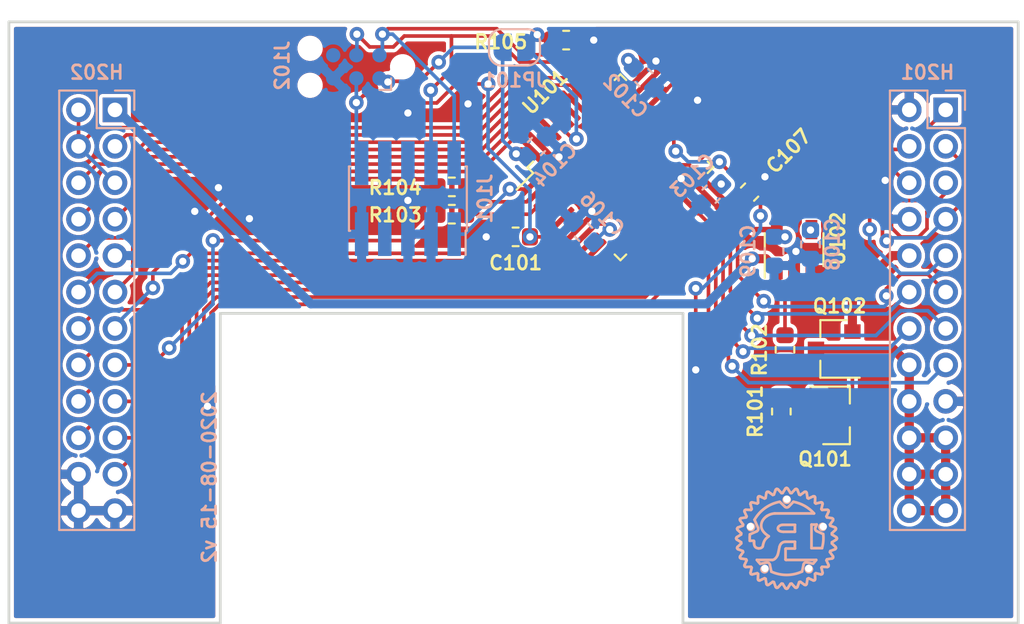
<source format=kicad_pcb>
(kicad_pcb (version 20171130) (host pcbnew 5.1.6)
  (layers (0 F.Cu signal hide) (31 B.Cu signal) (34 B.Paste user) (35 F.Paste user hide) (36 B.SilkS user) (37 F.SilkS user hide) (38 B.Mask user) (39 F.Mask user hide) (44 Edge.Cuts user))
  (net 0 "")
  (net 1 GND)
  (net 2 /LOW9)
  (net 3 /LOW8)
  (net 4 /LOW7)
  (net 5 /LOW6)
  (net 6 /LOW5)
  (net 7 +5V)
  (net 8 /LOW4)
  (net 9 /LOW3)
  (net 10 /LOW2)
  (net 11 /LOW1)
  (net 12 /LOW0)
  (net 13 /HIGH7)
  (net 14 /HIGH6)
  (net 15 /HIGH5)
  (net 16 /HIGH4)
  (net 17 /HIGH3)
  (net 18 /HIGH2)
  (net 19 /HIGH1)
  (net 20 /HIGH0)
  (net 21 /LOW10)
  (net 22 "Net-(U101-Pad6)")
  (net 23 "Net-(U101-Pad5)")
  (net 24 "Net-(U101-Pad4)")
  (net 25 /LOW13)
  (net 26 /LOW12)
  (net 27 /LOW11)
  (net 28 /LOW15)
  (net 29 /LOW14)
  (net 30 /USBD-)
  (net 31 /USBD+)
  (net 32 /SWCLK)
  (net 33 /SWDIO)
  (net 34 /~RESET)
  (net 35 +3V3)
  (net 36 "Net-(J101-Pad8)")
  (net 37 "Net-(J101-Pad7)")
  (net 38 "Net-(J101-Pad6)")
  (net 39 /TIM2_CH1)
  (net 40 /TIM1_CH3)
  (net 41 /TIM1_CH2)
  (net 42 /BACKLIGHT_ANODES)
  (net 43 "Net-(Q101-Pad1)")
  (net 44 "Net-(C108-Pad1)")
  (net 45 /BACKLIGHT_PWM)
  (net 46 /STATUS0)
  (net 47 /STATUS1)
  (net 48 "Net-(H202-Pad15)")
  (net 49 "Net-(H202-Pad13)")
  (net 50 /BOOT0)
  (net 51 "Net-(Q101-Pad3)")
  (net 52 "Net-(J102-Pad6)")
  (module Connector_PinHeader_2.00mm:PinHeader_2x12_P2.00mm_Vertical (layer B.Cu) (at 141.82 54.83 180)
    (fp_text reference H201 (at 1 2.06) (layer B.SilkS) (effects (font (size 0.75 0.75)) (justify mirror)))
    (fp_text value Molex0877582416)
    (pad 24 thru_hole oval (at 2 -22 180) (size 1.35 1.35) (drill 0.8) (layers *.Cu *.Mask) (net 42 /BACKLIGHT_ANODES))
    (pad 23 thru_hole oval (at 0 -22 180) (size 1.35 1.35) (drill 0.8) (layers *.Cu *.Mask) (net 42 /BACKLIGHT_ANODES))
    (pad 22 thru_hole oval (at 2 -20 180) (size 1.35 1.35) (drill 0.8) (layers *.Cu *.Mask) (net 42 /BACKLIGHT_ANODES))
    (pad 21 thru_hole oval (at 0 -20 180) (size 1.35 1.35) (drill 0.8) (layers *.Cu *.Mask) (net 42 /BACKLIGHT_ANODES))
    (pad 20 thru_hole oval (at 2 -18 180) (size 1.35 1.35) (drill 0.8) (layers *.Cu *.Mask) (net 42 /BACKLIGHT_ANODES))
    (pad 19 thru_hole oval (at 0 -18 180) (size 1.35 1.35) (drill 0.8) (layers *.Cu *.Mask) (net 42 /BACKLIGHT_ANODES))
    (pad 18 thru_hole oval (at 2 -16 180) (size 1.35 1.35) (drill 0.8) (layers *.Cu *.Mask) (net 42 /BACKLIGHT_ANODES))
    (pad 17 thru_hole oval (at 0 -16 180) (size 1.35 1.35) (drill 0.8) (layers *.Cu *.Mask) (net 1 GND))
    (pad 16 thru_hole oval (at 2 -14 180) (size 1.35 1.35) (drill 0.8) (layers *.Cu *.Mask) (net 42 /BACKLIGHT_ANODES))
    (pad 15 thru_hole oval (at 0 -14 180) (size 1.35 1.35) (drill 0.8) (layers *.Cu *.Mask) (net 5 /LOW6))
    (pad 14 thru_hole oval (at 2 -12 180) (size 1.35 1.35) (drill 0.8) (layers *.Cu *.Mask) (net 3 /LOW8))
    (pad 13 thru_hole oval (at 0 -12 180) (size 1.35 1.35) (drill 0.8) (layers *.Cu *.Mask) (net 6 /LOW5))
    (pad 12 thru_hole oval (at 2 -10 180) (size 1.35 1.35) (drill 0.8) (layers *.Cu *.Mask) (net 4 /LOW7))
    (pad 11 thru_hole oval (at 0 -10 180) (size 1.35 1.35) (drill 0.8) (layers *.Cu *.Mask) (net 8 /LOW4))
    (pad 10 thru_hole oval (at 2 -8 180) (size 1.35 1.35) (drill 0.8) (layers *.Cu *.Mask) (net 7 +5V))
    (pad 9 thru_hole oval (at 0 -8 180) (size 1.35 1.35) (drill 0.8) (layers *.Cu *.Mask) (net 9 /LOW3))
    (pad 8 thru_hole oval (at 2 -6 180) (size 1.35 1.35) (drill 0.8) (layers *.Cu *.Mask) (net 1 GND))
    (pad 7 thru_hole oval (at 0 -6 180) (size 1.35 1.35) (drill 0.8) (layers *.Cu *.Mask) (net 11 /LOW1))
    (pad 6 thru_hole oval (at 2 -4 180) (size 1.35 1.35) (drill 0.8) (layers *.Cu *.Mask) (net 30 /USBD-))
    (pad 5 thru_hole oval (at 0 -4 180) (size 1.35 1.35) (drill 0.8) (layers *.Cu *.Mask) (net 10 /LOW2))
    (pad 4 thru_hole oval (at 2 -2 180) (size 1.35 1.35) (drill 0.8) (layers *.Cu *.Mask) (net 31 /USBD+))
    (pad 3 thru_hole oval (at 0 -2 180) (size 1.35 1.35) (drill 0.8) (layers *.Cu *.Mask) (net 11 /LOW1))
    (pad 2 thru_hole oval (at 2 0 180) (size 1.35 1.35) (drill 0.8) (layers *.Cu *.Mask) (net 1 GND))
    (pad 1 thru_hole rect (at 0 0 180) (size 1.35 1.35) (drill 0.8) (layers *.Cu *.Mask) (net 12 /LOW0))
  )
  (module Connector_PinHeader_1.27mm:PinHeader_2x05_P1.27mm_Vertical_SMD (layer B.Cu) (at 112.3 59.7 90)
    (fp_text reference J101 (at 0 4.235 90) (layer B.SilkS) (effects (font (size 0.75 0.75)) (justify mirror)))
    (fp_text value Conn_ARM_JTAG_SWD_10)
    (pad 10 smd rect (at 1.95 -2.54 90) (size 2.4 0.74) (layers B.Cu B.Paste B.Mask) (net 34 /~RESET))
    (pad 9 smd rect (at -1.95 -2.54 90) (size 2.4 0.74) (layers B.Cu B.Paste B.Mask) (net 1 GND))
    (pad 8 smd rect (at 1.95 -1.27 90) (size 2.4 0.74) (layers B.Cu B.Paste B.Mask) (net 36 "Net-(J101-Pad8)"))
    (pad 7 smd rect (at -1.95 -1.27 90) (size 2.4 0.74) (layers B.Cu B.Paste B.Mask) (net 37 "Net-(J101-Pad7)"))
    (pad 6 smd rect (at 1.95 0 90) (size 2.4 0.74) (layers B.Cu B.Paste B.Mask) (net 38 "Net-(J101-Pad6)"))
    (pad 5 smd rect (at -1.95 0 90) (size 2.4 0.74) (layers B.Cu B.Paste B.Mask) (net 1 GND))
    (pad 4 smd rect (at 1.95 1.27 90) (size 2.4 0.74) (layers B.Cu B.Paste B.Mask) (net 32 /SWCLK))
    (pad 3 smd rect (at -1.95 1.27 90) (size 2.4 0.74) (layers B.Cu B.Paste B.Mask) (net 1 GND))
    (pad 2 smd rect (at 1.95 2.54 90) (size 2.4 0.74) (layers B.Cu B.Paste B.Mask) (net 33 /SWDIO))
    (pad 1 smd rect (at -1.95 2.54 90) (size 2.4 0.74) (layers B.Cu B.Paste B.Mask) (net 35 +3V3))
  )
  (module Package_QFP:LQFP-48_7x7mm_P0.5mm (layer F.Cu) (at 123.966555 57.979891 45)
    (fp_text reference U101 (at 0 -5.85 45) (layer F.SilkS) (effects (font (size 0.75 0.75))))
    (fp_text value STM32L422CBTx)
    (pad 48 smd roundrect (at -2.75 -4.1625 45) (size 0.3 1.475) (layers F.Cu F.Paste F.Mask) (net 35 +3V3))
    (pad 47 smd roundrect (at -2.25 -4.1625 45) (size 0.3 1.475) (layers F.Cu F.Paste F.Mask) (net 1 GND))
    (pad 46 smd roundrect (at -1.75 -4.1625 45) (size 0.3 1.475) (layers F.Cu F.Paste F.Mask) (net 26 /LOW12))
    (pad 45 smd roundrect (at -1.25 -4.1625 45) (size 0.3 1.475) (layers F.Cu F.Paste F.Mask) (net 28 /LOW15))
    (pad 44 smd roundrect (at -0.75 -4.1625 45) (size 0.3 1.475) (layers F.Cu F.Paste F.Mask) (net 50 /BOOT0))
    (pad 43 smd roundrect (at -0.25 -4.1625 45) (size 0.3 1.475) (layers F.Cu F.Paste F.Mask) (net 27 /LOW11))
    (pad 42 smd roundrect (at 0.25 -4.1625 45) (size 0.3 1.475) (layers F.Cu F.Paste F.Mask) (net 29 /LOW14))
    (pad 41 smd roundrect (at 0.75 -4.1625 45) (size 0.3 1.475) (layers F.Cu F.Paste F.Mask) (net 25 /LOW13))
    (pad 40 smd roundrect (at 1.25 -4.1625 45) (size 0.3 1.475) (layers F.Cu F.Paste F.Mask) (net 2 /LOW9))
    (pad 39 smd roundrect (at 1.75 -4.1625 45) (size 0.3 1.475) (layers F.Cu F.Paste F.Mask) (net 21 /LOW10))
    (pad 38 smd roundrect (at 2.25 -4.1625 45) (size 0.3 1.475) (layers F.Cu F.Paste F.Mask) (net 39 /TIM2_CH1))
    (pad 37 smd roundrect (at 2.75 -4.1625 45) (size 0.3 1.475) (layers F.Cu F.Paste F.Mask) (net 32 /SWCLK))
    (pad 36 smd roundrect (at 4.1625 -2.75 45) (size 1.475 0.3) (layers F.Cu F.Paste F.Mask) (net 35 +3V3))
    (pad 35 smd roundrect (at 4.1625 -2.25 45) (size 1.475 0.3) (layers F.Cu F.Paste F.Mask) (net 1 GND))
    (pad 34 smd roundrect (at 4.1625 -1.75 45) (size 1.475 0.3) (layers F.Cu F.Paste F.Mask) (net 33 /SWDIO))
    (pad 33 smd roundrect (at 4.1625 -1.25 45) (size 1.475 0.3) (layers F.Cu F.Paste F.Mask) (net 31 /USBD+))
    (pad 32 smd roundrect (at 4.1625 -0.75 45) (size 1.475 0.3) (layers F.Cu F.Paste F.Mask) (net 30 /USBD-))
    (pad 31 smd roundrect (at 4.1625 -0.25 45) (size 1.475 0.3) (layers F.Cu F.Paste F.Mask) (net 40 /TIM1_CH3))
    (pad 30 smd roundrect (at 4.1625 0.25 45) (size 1.475 0.3) (layers F.Cu F.Paste F.Mask) (net 41 /TIM1_CH2))
    (pad 29 smd roundrect (at 4.1625 0.75 45) (size 1.475 0.3) (layers F.Cu F.Paste F.Mask) (net 45 /BACKLIGHT_PWM))
    (pad 28 smd roundrect (at 4.1625 1.25 45) (size 1.475 0.3) (layers F.Cu F.Paste F.Mask) (net 12 /LOW0))
    (pad 27 smd roundrect (at 4.1625 1.75 45) (size 1.475 0.3) (layers F.Cu F.Paste F.Mask) (net 10 /LOW2))
    (pad 26 smd roundrect (at 4.1625 2.25 45) (size 1.475 0.3) (layers F.Cu F.Paste F.Mask) (net 11 /LOW1))
    (pad 25 smd roundrect (at 4.1625 2.75 45) (size 1.475 0.3) (layers F.Cu F.Paste F.Mask) (net 9 /LOW3))
    (pad 24 smd roundrect (at 2.75 4.1625 45) (size 0.3 1.475) (layers F.Cu F.Paste F.Mask) (net 35 +3V3))
    (pad 23 smd roundrect (at 2.25 4.1625 45) (size 0.3 1.475) (layers F.Cu F.Paste F.Mask) (net 1 GND))
    (pad 22 smd roundrect (at 1.75 4.1625 45) (size 0.3 1.475) (layers F.Cu F.Paste F.Mask) (net 8 /LOW4))
    (pad 21 smd roundrect (at 1.25 4.1625 45) (size 0.3 1.475) (layers F.Cu F.Paste F.Mask) (net 4 /LOW7))
    (pad 20 smd roundrect (at 0.75 4.1625 45) (size 0.3 1.475) (layers F.Cu F.Paste F.Mask) (net 6 /LOW5))
    (pad 19 smd roundrect (at 0.25 4.1625 45) (size 0.3 1.475) (layers F.Cu F.Paste F.Mask) (net 3 /LOW8))
    (pad 18 smd roundrect (at -0.25 4.1625 45) (size 0.3 1.475) (layers F.Cu F.Paste F.Mask) (net 5 /LOW6))
    (pad 17 smd roundrect (at -0.75 4.1625 45) (size 0.3 1.475) (layers F.Cu F.Paste F.Mask) (net 18 /HIGH2))
    (pad 16 smd roundrect (at -1.25 4.1625 45) (size 0.3 1.475) (layers F.Cu F.Paste F.Mask) (net 19 /HIGH1))
    (pad 15 smd roundrect (at -1.75 4.1625 45) (size 0.3 1.475) (layers F.Cu F.Paste F.Mask) (net 13 /HIGH7))
    (pad 14 smd roundrect (at -2.25 4.1625 45) (size 0.3 1.475) (layers F.Cu F.Paste F.Mask) (net 20 /HIGH0))
    (pad 13 smd roundrect (at -2.75 4.1625 45) (size 0.3 1.475) (layers F.Cu F.Paste F.Mask) (net 14 /HIGH6))
    (pad 12 smd roundrect (at -4.1625 2.75 45) (size 1.475 0.3) (layers F.Cu F.Paste F.Mask) (net 15 /HIGH5))
    (pad 11 smd roundrect (at -4.1625 2.25 45) (size 1.475 0.3) (layers F.Cu F.Paste F.Mask) (net 16 /HIGH4))
    (pad 10 smd roundrect (at -4.1625 1.75 45) (size 1.475 0.3) (layers F.Cu F.Paste F.Mask) (net 17 /HIGH3))
    (pad 9 smd roundrect (at -4.1625 1.25 45) (size 1.475 0.3) (layers F.Cu F.Paste F.Mask) (net 35 +3V3))
    (pad 8 smd roundrect (at -4.1625 0.75 45) (size 1.475 0.3) (layers F.Cu F.Paste F.Mask) (net 1 GND))
    (pad 7 smd roundrect (at -4.1625 0.25 45) (size 1.475 0.3) (layers F.Cu F.Paste F.Mask) (net 34 /~RESET))
    (pad 6 smd roundrect (at -4.1625 -0.25 45) (size 1.475 0.3) (layers F.Cu F.Paste F.Mask) (net 22 "Net-(U101-Pad6)"))
    (pad 5 smd roundrect (at -4.1625 -0.75 45) (size 1.475 0.3) (layers F.Cu F.Paste F.Mask) (net 23 "Net-(U101-Pad5)"))
    (pad 4 smd roundrect (at -4.1625 -1.25 45) (size 1.475 0.3) (layers F.Cu F.Paste F.Mask) (net 24 "Net-(U101-Pad4)"))
    (pad 3 smd roundrect (at -4.1625 -1.75 45) (size 1.475 0.3) (layers F.Cu F.Paste F.Mask) (net 46 /STATUS0))
    (pad 2 smd roundrect (at -4.1625 -2.25 45) (size 1.475 0.3) (layers F.Cu F.Paste F.Mask) (net 47 /STATUS1))
    (pad 1 smd roundrect (at -4.1625 -2.75 45) (size 1.475 0.3) (layers F.Cu F.Paste F.Mask) (net 35 +3V3))
  )
  (module Resistor_SMD:R_0603_1608Metric (layer F.Cu) (at 120.9875 51)
    (fp_text reference R105 (at -3.5875 0.1) (layer F.SilkS) (effects (font (size 0.75 0.75))))
    (fp_text value 10k)
    (pad 2 smd roundrect (at 0.7875 0) (size 0.875 0.95) (layers F.Cu F.Paste F.Mask) (net 1 GND))
    (pad 1 smd roundrect (at -0.7875 0) (size 0.875 0.95) (layers F.Cu F.Paste F.Mask) (net 50 /BOOT0))
  )
  (module Resistor_SMD:R_0603_1608Metric (layer F.Cu) (at 114.7125 59.056847)
    (fp_text reference R104 (at -3.1125 0.043153) (layer F.SilkS) (effects (font (size 0.75 0.75))))
    (fp_text value 180)
    (pad 2 smd roundrect (at 0.7875 0) (size 0.875 0.95) (layers F.Cu F.Paste F.Mask) (net 47 /STATUS1))
    (pad 1 smd roundrect (at -0.7875 0) (size 0.875 0.95) (layers F.Cu F.Paste F.Mask) (net 49 "Net-(H202-Pad13)"))
  )
  (module Resistor_SMD:R_0603_1608Metric (layer F.Cu) (at 114.7125 60.556847)
    (fp_text reference R103 (at -3.1125 0.043153) (layer F.SilkS) (effects (font (size 0.75 0.75))))
    (fp_text value 180)
    (pad 2 smd roundrect (at 0.7875 0) (size 0.875 0.95) (layers F.Cu F.Paste F.Mask) (net 46 /STATUS0))
    (pad 1 smd roundrect (at -0.7875 0) (size 0.875 0.95) (layers F.Cu F.Paste F.Mask) (net 48 "Net-(H202-Pad15)"))
  )
  (module Jumper:SolderJumper-2_P1.3mm_Open_RoundedPad1.0x1.5mm (layer B.Cu) (at 118.15 51.4)
    (fp_text reference JP101 (at 0 1.8) (layer B.SilkS) (effects (font (size 0.75 0.75)) (justify mirror)))
    (fp_text value SolderJumper_2_Open)
    (pad 2 smd custom (at 0.65 0) (size 1 0.5) (layers B.Cu B.Mask) (net 50 /BOOT0) (options (clearance outline) (anchor rect)) (primitives (gr_circle (center 0 -0.25) (end 0.5 -0.25) (width 0)) (gr_circle (center 0 0.25) (end 0.5 0.25) (width 0)) (gr_poly (pts (xy 0 0.75) (xy -0.5 0.75) (xy -0.5 -0.75) (xy 0 -0.75)) (width 0))))
    (pad 1 smd custom (at -0.65 0) (size 1 0.5) (layers B.Cu B.Mask) (net 35 +3V3) (options (clearance outline) (anchor rect)) (primitives (gr_circle (center 0 -0.25) (end 0.5 -0.25) (width 0)) (gr_circle (center 0 0.25) (end 0.5 0.25) (width 0)) (gr_poly (pts (xy 0 0.75) (xy 0.5 0.75) (xy 0.5 -0.75) (xy 0 -0.75)) (width 0))))
  )
  (module Connector:Tag-Connect_TC2030-IDC-NL_2x03_P1.27mm_Vertical (layer B.Cu) (at 109.47 52.465 180)
    (fp_text reference J102 (at 4.07 0.065 270) (layer B.SilkS) (effects (font (size 0.75 0.75)) (justify mirror)))
    (fp_text value TC2030)
    (pad 6 connect circle (at 1.27 0.635 180) (size 0.7874 0.7874) (layers B.Cu B.Mask) (net 52 "Net-(J102-Pad6)"))
    (pad 5 connect circle (at 1.27 -0.635 180) (size 0.7874 0.7874) (layers B.Cu B.Mask) (net 1 GND))
    (pad 4 connect circle (at 0 0.635 180) (size 0.7874 0.7874) (layers B.Cu B.Mask) (net 32 /SWCLK))
    (pad 3 connect circle (at 0 -0.635 180) (size 0.7874 0.7874) (layers B.Cu B.Mask) (net 34 /~RESET))
    (pad 2 connect circle (at -1.27 0.635 180) (size 0.7874 0.7874) (layers B.Cu B.Mask) (net 33 /SWDIO))
    (pad 1 connect circle (at -1.27 -0.635 180) (size 0.7874 0.7874) (layers B.Cu B.Mask) (net 35 +3V3))
    (pad "" np_thru_hole circle (at -2.54 0 180) (size 0.9906 0.9906) (drill 0.9906) (layers *.Cu *.Mask))
    (pad "" np_thru_hole circle (at 2.54 -1.016 180) (size 0.9906 0.9906) (drill 0.9906) (layers *.Cu *.Mask))
    (pad "" np_thru_hole circle (at 2.54 1.016 180) (size 0.9906 0.9906) (drill 0.9906) (layers *.Cu *.Mask))
  )
  (module Capacitor_SMD:C_0603_1608Metric (layer F.Cu) (at 131.056847 59.343153 45)
    (fp_text reference C107 (at 3.101587 -0.070711 45) (layer F.SilkS) (effects (font (size 0.75 0.75))))
    (fp_text value 10µ)
    (pad 2 smd roundrect (at 0.7875 0 45) (size 0.875 0.95) (layers F.Cu F.Paste F.Mask) (net 1 GND))
    (pad 1 smd roundrect (at -0.7875 0 45) (size 0.875 0.95) (layers F.Cu F.Paste F.Mask) (net 35 +3V3))
  )
  (module Capacitor_SMD:C_0603_1608Metric (layer B.Cu) (at 121.943153 61.543153 135)
    (fp_text reference C106 (at 0 1.43 135) (layer B.SilkS) (effects (font (size 0.75 0.75)) (justify mirror)))
    (fp_text value 0µ1)
    (pad 2 smd roundrect (at 0.7875 0 135) (size 0.875 0.95) (layers B.Cu B.Paste B.Mask) (net 1 GND))
    (pad 1 smd roundrect (at -0.7875 0 135) (size 0.875 0.95) (layers B.Cu B.Paste B.Mask) (net 35 +3V3))
  )
  (module Capacitor_SMD:C_0603_1608Metric (layer B.Cu) (at 119.356847 56.843153 45)
    (fp_text reference C104 (at 0 1.43 45) (layer B.SilkS) (effects (font (size 0.75 0.75)) (justify mirror)))
    (fp_text value 0µ1)
    (pad 2 smd roundrect (at 0.7875 0 45) (size 0.875 0.95) (layers B.Cu B.Paste B.Mask) (net 1 GND))
    (pad 1 smd roundrect (at -0.7875 0 45) (size 0.875 0.95) (layers B.Cu B.Paste B.Mask) (net 35 +3V3))
  )
  (module Capacitor_SMD:C_0603_1608Metric (layer B.Cu) (at 128.943153 59.456847 225)
    (fp_text reference C103 (at 0 1.43 45) (layer B.SilkS) (effects (font (size 0.75 0.75)) (justify mirror)))
    (fp_text value 0µ1)
    (pad 2 smd roundrect (at 0.7875 0 225) (size 0.875 0.95) (layers B.Cu B.Paste B.Mask) (net 1 GND))
    (pad 1 smd roundrect (at -0.7875 0 225) (size 0.875 0.95) (layers B.Cu B.Paste B.Mask) (net 35 +3V3))
  )
  (module Capacitor_SMD:C_0603_1608Metric (layer B.Cu) (at 125.256847 53.056847 315)
    (fp_text reference C102 (at 0 1.43 135) (layer B.SilkS) (effects (font (size 0.75 0.75)) (justify mirror)))
    (fp_text value 0µ1)
    (pad 2 smd roundrect (at 0.7875 0 315) (size 0.875 0.95) (layers B.Cu B.Paste B.Mask) (net 1 GND))
    (pad 1 smd roundrect (at -0.7875 0 315) (size 0.875 0.95) (layers B.Cu B.Paste B.Mask) (net 35 +3V3))
  )
  (module Capacitor_SMD:C_0603_1608Metric (layer F.Cu) (at 118.2125 61.8 180)
    (fp_text reference C101 (at 0 -1.43) (layer F.SilkS) (effects (font (size 0.75 0.75))))
    (fp_text value 0µ1)
    (pad 2 smd roundrect (at 0.7875 0 180) (size 0.875 0.95) (layers F.Cu F.Paste F.Mask) (net 1 GND))
    (pad 1 smd roundrect (at -0.7875 0 180) (size 0.875 0.95) (layers F.Cu F.Paste F.Mask) (net 34 /~RESET))
  )
  (module Resistor_SMD:R_0603_1608Metric (layer F.Cu) (at 133 67.9875 270)
    (fp_text reference R102 (at 0.0125 1.4 90) (layer F.SilkS) (effects (font (size 0.75 0.75))))
    (fp_text value 1k)
    (pad 2 smd roundrect (at 0.7875 0 270) (size 0.875 0.95) (layers F.Cu F.Paste F.Mask) (net 51 "Net-(Q101-Pad3)"))
    (pad 1 smd roundrect (at -0.7875 0 270) (size 0.875 0.95) (layers F.Cu F.Paste F.Mask) (net 7 +5V))
  )
  (module Package_TO_SOT_SMD:SOT-23 (layer F.Cu) (at 135.7 67.95 180)
    (fp_text reference Q102 (at -0.3 2.35) (layer F.SilkS) (effects (font (size 0.75 0.75))))
    (fp_text value ZXTP25020CFFTA)
    (pad 3 smd rect (at 1 0 180) (size 0.9 0.8) (layers F.Cu F.Paste F.Mask) (net 42 /BACKLIGHT_ANODES))
    (pad 2 smd rect (at -1 0.95 180) (size 0.9 0.8) (layers F.Cu F.Paste F.Mask) (net 7 +5V))
    (pad 1 smd rect (at -1 -0.95 180) (size 0.9 0.8) (layers F.Cu F.Paste F.Mask) (net 51 "Net-(Q101-Pad3)"))
  )
  (module Resistor_SMD:R_0603_1608Metric (layer F.Cu) (at 132.8 71.3875 90)
    (fp_text reference R101 (at 0 -1.43 90) (layer F.SilkS) (effects (font (size 0.75 0.75))))
    (fp_text value 1k)
    (pad 2 smd roundrect (at 0.7875 0 90) (size 0.875 0.95) (layers F.Cu F.Paste F.Mask) (net 45 /BACKLIGHT_PWM))
    (pad 1 smd roundrect (at -0.7875 0 90) (size 0.875 0.95) (layers F.Cu F.Paste F.Mask) (net 43 "Net-(Q101-Pad1)"))
  )
  (module Package_TO_SOT_SMD:SOT-23 (layer F.Cu) (at 135.8 71.6)
    (fp_text reference Q101 (at -0.6 2.4) (layer F.SilkS) (effects (font (size 0.75 0.75))))
    (fp_text value ZXTN08400BFF)
    (pad 3 smd rect (at 1 0) (size 0.9 0.8) (layers F.Cu F.Paste F.Mask) (net 51 "Net-(Q101-Pad3)"))
    (pad 2 smd rect (at -1 0.95) (size 0.9 0.8) (layers F.Cu F.Paste F.Mask) (net 1 GND))
    (pad 1 smd rect (at -1 -0.95) (size 0.9 0.8) (layers F.Cu F.Paste F.Mask) (net 43 "Net-(Q101-Pad1)"))
  )
  (module Capacitor_SMD:C_0603_1608Metric (layer B.Cu) (at 132.4 62.5875 270)
    (fp_text reference C109 (at 0 1.43 270) (layer B.SilkS) (effects (font (size 0.75 0.75)) (justify mirror)))
    (fp_text value "2µ2 tant")
    (pad 2 smd roundrect (at 0.7875 0 270) (size 0.875 0.95) (layers B.Cu B.Paste B.Mask) (net 1 GND))
    (pad 1 smd roundrect (at -0.7875 0 270) (size 0.875 0.95) (layers B.Cu B.Paste B.Mask) (net 35 +3V3))
  )
  (module Capacitor_SMD:C_0603_1608Metric (layer B.Cu) (at 134.4 62.2125 270)
    (fp_text reference C108 (at 0 -1.2 270) (layer B.SilkS) (effects (font (size 0.75 0.75)) (justify mirror)))
    (fp_text value 470p)
    (pad 2 smd roundrect (at 0.7875 0 270) (size 0.875 0.95) (layers B.Cu B.Paste B.Mask) (net 1 GND))
    (pad 1 smd roundrect (at -0.7875 0 270) (size 0.875 0.95) (layers B.Cu B.Paste B.Mask) (net 44 "Net-(C108-Pad1)"))
  )
  (module Package_TO_SOT_SMD:SOT-23-5 (layer F.Cu) (at 133.5 62.5 90)
    (fp_text reference U102 (at 0.6 2.4 90) (layer F.SilkS) (effects (font (size 0.75 0.75))))
    (fp_text value MIC5205-3.3YM5)
    (pad 5 smd rect (at 1.1 -0.95 90) (size 1.06 0.65) (layers F.Cu F.Paste F.Mask) (net 35 +3V3))
    (pad 4 smd rect (at 1.1 0.95 90) (size 1.06 0.65) (layers F.Cu F.Paste F.Mask) (net 44 "Net-(C108-Pad1)"))
    (pad 3 smd rect (at -1.1 0.95 90) (size 1.06 0.65) (layers F.Cu F.Paste F.Mask) (net 7 +5V))
    (pad 2 smd rect (at -1.1 0 90) (size 1.06 0.65) (layers F.Cu F.Paste F.Mask) (net 1 GND))
    (pad 1 smd rect (at -1.1 -0.95 90) (size 1.06 0.65) (layers F.Cu F.Paste F.Mask) (net 7 +5V))
  )
  (module Connector_PinHeader_2.00mm:PinHeader_2x12_P2.00mm_Vertical (layer B.Cu) (at 96.22 54.83 180)
    (fp_text reference H202 (at 1 2.06) (layer B.SilkS) (effects (font (size 0.75 0.75)) (justify mirror)))
    (fp_text value Molex0877582416)
    (pad 24 thru_hole oval (at 2 -22 180) (size 1.35 1.35) (drill 0.8) (layers *.Cu *.Mask) (net 1 GND))
    (pad 23 thru_hole oval (at 0 -22 180) (size 1.35 1.35) (drill 0.8) (layers *.Cu *.Mask) (net 1 GND))
    (pad 22 thru_hole oval (at 2 -20 180) (size 1.35 1.35) (drill 0.8) (layers *.Cu *.Mask) (net 1 GND))
    (pad 21 thru_hole oval (at 0 -20 180) (size 1.35 1.35) (drill 0.8) (layers *.Cu *.Mask) (net 18 /HIGH2))
    (pad 20 thru_hole oval (at 2 -18 180) (size 1.35 1.35) (drill 0.8) (layers *.Cu *.Mask) (net 13 /HIGH7))
    (pad 19 thru_hole oval (at 0 -18 180) (size 1.35 1.35) (drill 0.8) (layers *.Cu *.Mask) (net 19 /HIGH1))
    (pad 18 thru_hole oval (at 2 -16 180) (size 1.35 1.35) (drill 0.8) (layers *.Cu *.Mask) (net 14 /HIGH6))
    (pad 17 thru_hole oval (at 0 -16 180) (size 1.35 1.35) (drill 0.8) (layers *.Cu *.Mask) (net 20 /HIGH0))
    (pad 16 thru_hole oval (at 2 -14 180) (size 1.35 1.35) (drill 0.8) (layers *.Cu *.Mask) (net 15 /HIGH5))
    (pad 15 thru_hole oval (at 0 -14 180) (size 1.35 1.35) (drill 0.8) (layers *.Cu *.Mask) (net 48 "Net-(H202-Pad15)"))
    (pad 14 thru_hole oval (at 2 -12 180) (size 1.35 1.35) (drill 0.8) (layers *.Cu *.Mask) (net 16 /HIGH4))
    (pad 13 thru_hole oval (at 0 -12 180) (size 1.35 1.35) (drill 0.8) (layers *.Cu *.Mask) (net 49 "Net-(H202-Pad13)"))
    (pad 12 thru_hole oval (at 2 -10 180) (size 1.35 1.35) (drill 0.8) (layers *.Cu *.Mask) (net 17 /HIGH3))
    (pad 11 thru_hole oval (at 0 -10 180) (size 1.35 1.35) (drill 0.8) (layers *.Cu *.Mask) (net 26 /LOW12))
    (pad 10 thru_hole oval (at 2 -8 180) (size 1.35 1.35) (drill 0.8) (layers *.Cu *.Mask) (net 28 /LOW15))
    (pad 9 thru_hole oval (at 0 -8 180) (size 1.35 1.35) (drill 0.8) (layers *.Cu *.Mask) (net 1 GND))
    (pad 8 thru_hole oval (at 2 -6 180) (size 1.35 1.35) (drill 0.8) (layers *.Cu *.Mask) (net 29 /LOW14))
    (pad 7 thru_hole oval (at 0 -6 180) (size 1.35 1.35) (drill 0.8) (layers *.Cu *.Mask) (net 27 /LOW11))
    (pad 6 thru_hole oval (at 2 -4 180) (size 1.35 1.35) (drill 0.8) (layers *.Cu *.Mask) (net 25 /LOW13))
    (pad 5 thru_hole oval (at 0 -4 180) (size 1.35 1.35) (drill 0.8) (layers *.Cu *.Mask) (net 21 /LOW10))
    (pad 4 thru_hole oval (at 2 -2 180) (size 1.35 1.35) (drill 0.8) (layers *.Cu *.Mask) (net 21 /LOW10))
    (pad 3 thru_hole oval (at 0 -2 180) (size 1.35 1.35) (drill 0.8) (layers *.Cu *.Mask) (net 2 /LOW9))
    (pad 2 thru_hole oval (at 2 0 180) (size 1.35 1.35) (drill 0.8) (layers *.Cu *.Mask) (net 21 /LOW10))
    (pad 1 thru_hole rect (at 0 0 180) (size 1.35 1.35) (drill 0.8) (layers *.Cu *.Mask) (net 7 +5V))
  )
  (gr_text "2020-08-15 v2" (at 101.4 75 90) (layer B.SilkS) (effects (font (size 0.75 0.75)) (justify mirror)))
  (gr_curve (pts (xy 132.928971 76.235503) (xy 132.92899 76.294299) (xy 132.960357 76.348628) (xy 133.011275 76.378026)) (layer B.SilkS) (width 0.15))
  (gr_curve (pts (xy 133.088755 76.070966) (xy 132.999837 76.073282) (xy 132.928959 76.146269) (xy 132.928971 76.235503)) (layer B.SilkS) (width 0.15))
  (gr_curve (pts (xy 133.093199 76.070862) (xy 133.091717 76.070877) (xy 133.090235 76.070911) (xy 133.088755 76.070966)) (layer B.SilkS) (width 0.15))
  (gr_line (start 133.086171 75.585207) (end 133.086171 75.585207) (layer B.SilkS) (width 0.15))
  (gr_curve (pts (xy 133.017545 75.622724) (xy 133.032245 75.599035) (xy 133.058294 75.584794) (xy 133.086171 75.585207)) (layer B.SilkS) (width 0.15))
  (gr_line (start 132.871714 75.858369) (end 133.017545 75.622724) (layer B.SilkS) (width 0.15))
  (gr_curve (pts (xy 132.808255 75.864363) (xy 132.829308 75.86203) (xy 132.850509 75.860173) (xy 132.871714 75.858369)) (layer B.SilkS) (width 0.15))
  (gr_line (start 132.619223 75.662205) (end 132.808255 75.864363) (layer B.SilkS) (width 0.15))
  (gr_curve (pts (xy 132.545684 75.638507) (xy 132.572647 75.63314) (xy 132.600467 75.642105) (xy 132.619223 75.662205)) (layer B.SilkS) (width 0.15))
  (gr_line (start 131.874979 79.884583) (end 131.874979 79.884583) (layer B.SilkS) (width 0.15))
  (gr_curve (pts (xy 131.991619 79.932675) (xy 131.960671 79.901786) (xy 131.918704 79.884482) (xy 131.874979 79.884583)) (layer B.SilkS) (width 0.15))
  (gr_curve (pts (xy 132.03993 80.049224) (xy 132.039949 80.005499) (xy 132.022566 79.963564) (xy 131.991619 79.932675)) (layer B.SilkS) (width 0.15))
  (gr_curve (pts (xy 131.875392 80.210496) (xy 131.964996 80.210496) (xy 132.038133 80.13881) (xy 132.03993 80.049224)) (layer B.SilkS) (width 0.15))
  (gr_curve (pts (xy 131.710854 80.049224) (xy 131.712651 80.13881) (xy 131.785788 80.210496) (xy 131.875392 80.210496)) (layer B.SilkS) (width 0.15))
  (gr_curve (pts (xy 131.870638 79.884583) (xy 131.781595 79.887174) (xy 131.710778 79.960144) (xy 131.710854 80.049224)) (layer B.SilkS) (width 0.15))
  (gr_curve (pts (xy 131.874979 79.884583) (xy 131.873532 79.884564) (xy 131.872085 79.884564) (xy 131.870638 79.884583)) (layer B.SilkS) (width 0.15))
  (gr_line (start 134.311832 79.877141) (end 134.311832 79.877141) (layer B.SilkS) (width 0.15))
  (gr_curve (pts (xy 135.812413 78.28251) (xy 135.835781 78.296982) (xy 135.85 78.322513) (xy 135.85 78.35)) (layer B.SilkS) (width 0.15))
  (gr_curve (pts (xy 130.68301 77.654641) (xy 130.688915 77.634302) (xy 130.694691 77.613891) (xy 130.701097 77.593767)) (layer B.SilkS) (width 0.15))
  (gr_line (start 130.423594 77.751793) (end 130.68301 77.654641) (layer B.SilkS) (width 0.15))
  (gr_curve (pts (xy 130.373541 77.81065) (xy 130.378909 77.783688) (xy 130.397844 77.761422) (xy 130.423594 77.751793)) (layer B.SilkS) (width 0.15))
  (gr_line (start 135.390423 76.89076) (end 135.275184 77.143665) (layer B.SilkS) (width 0.15))
  (gr_line (start 131.133732 79.911661) (end 130.854782 79.921583) (layer B.SilkS) (width 0.15))
  (gr_line (start 133.84137 75.965959) (end 134.066369 75.804315) (layer B.SilkS) (width 0.15))
  (gr_curve (pts (xy 133.841474 80.73404) (xy 133.821306 80.74046) (xy 133.800879 80.746312) (xy 133.780495 80.75223)) (layer B.SilkS) (width 0.15))
  (gr_line (start 134.066369 80.895787) (end 133.841474 80.73404) (layer B.SilkS) (width 0.15))
  (gr_curve (pts (xy 132.389676 80.752127) (xy 132.369305 80.746213) (xy 132.348853 80.740457) (xy 132.328698 80.73404)) (layer B.SilkS) (width 0.15))
  (gr_line (start 132.486827 81.011542) (end 132.389676 80.752127) (layer B.SilkS) (width 0.15))
  (gr_curve (pts (xy 135.315389 76.778416) (xy 135.342898 76.777431) (xy 135.368954 76.790767) (xy 135.384243 76.813658)) (layer B.SilkS) (width 0.15))
  (gr_line (start 134.656618 76.119748) (end 134.646696 76.398491) (layer B.SilkS) (width 0.15))
  (gr_curve (pts (xy 132.103802 80.895787) (xy 132.081484 80.91186) (xy 132.052437 80.915237) (xy 132.027028 80.904711)) (layer B.SilkS) (width 0.15))
  (gr_line (start 135.469074 79.106439) (end 135.630822 79.331335) (layer B.SilkS) (width 0.15))
  (gr_curve (pts (xy 133.780392 75.947872) (xy 133.80077 75.953785) (xy 133.821208 75.959544) (xy 133.84137 75.965959)) (layer B.SilkS) (width 0.15))
  (gr_curve (pts (xy 135.796549 78.88939) (xy 135.791184 78.916319) (xy 135.772285 78.938562) (xy 135.746577 78.948206)) (layer B.SilkS) (width 0.15))
  (gr_line (start 134.694445 76.437558) (end 134.966056 76.373583) (layer B.SilkS) (width 0.15))
  (gr_curve (pts (xy 131.204115 80.32652) (xy 131.177339 80.332841) (xy 131.149198 80.324847) (xy 131.129744 80.305393)) (layer B.SilkS) (width 0.15))
  (gr_curve (pts (xy 135.639745 77.291994) (xy 135.650271 77.317403) (xy 135.646895 77.34645) (xy 135.630822 77.368767)) (layer B.SilkS) (width 0.15))
  (gr_curve (pts (xy 135.03644 79.911661) (xy 135.02361 79.927656) (xy 135.010685 79.943533) (xy 134.997476 79.959204)) (layer B.SilkS) (width 0.15))
  (gr_curve (pts (xy 131.523372 80.301405) (xy 131.507379 80.288576) (xy 131.491499 80.275651) (xy 131.47583 80.262441)) (layer B.SilkS) (width 0.15))
  (gr_line (start 131.51345 80.580355) (end 131.523372 80.301405) (layer B.SilkS) (width 0.15))
  (gr_line (start 131.325555 77.329287) (end 131.519755 77.767399) (layer B.SilkS) (width 0.15))
  (gr_curve (pts (xy 132.712033 76.341853) (xy 132.127268 76.451362) (xy 131.620236 76.812464) (xy 131.325555 77.329287)) (layer B.SilkS) (width 0.15))
  (gr_line (start 132.995634 76.612224) (end 132.712033 76.341853) (layer B.SilkS) (width 0.15))
  (gr_curve (pts (xy 133.2073 76.60747) (xy 133.15015 76.667266) (xy 133.05543 76.669904) (xy 132.995634 76.612224)) (layer B.SilkS) (width 0.15))
  (gr_line (start 133.460825 76.341853) (end 133.2073 76.60747) (layer B.SilkS) (width 0.15))
  (gr_line (start 133.093199 76.070862) (end 133.093199 76.070862) (layer B.SilkS) (width 0.15))
  (gr_curve (pts (xy 133.209827 76.118961) (xy 133.178883 76.088072) (xy 133.136921 76.070766) (xy 133.093199 76.070862)) (layer B.SilkS) (width 0.15))
  (gr_curve (pts (xy 133.258132 76.235503) (xy 133.25815 76.191781) (xy 133.24077 76.149849) (xy 133.209827 76.118961)) (layer B.SilkS) (width 0.15))
  (gr_curve (pts (xy 133.175846 76.378026) (xy 133.226764 76.348628) (xy 133.258132 76.294299) (xy 133.258132 76.235503)) (layer B.SilkS) (width 0.15))
  (gr_curve (pts (xy 133.011275 76.378026) (xy 133.062193 76.407424) (xy 133.124928 76.407424) (xy 133.175846 76.378026)) (layer B.SilkS) (width 0.15))
  (gr_curve (pts (xy 130.397239 77.884188) (xy 130.377139 77.865433) (xy 130.368174 77.837613) (xy 130.373541 77.81065)) (layer B.SilkS) (width 0.15))
  (gr_line (start 130.599397 78.073221) (end 130.397239 77.884188) (layer B.SilkS) (width 0.15))
  (gr_curve (pts (xy 130.593403 78.136679) (xy 130.595207 78.115475) (xy 130.597064 78.094274) (xy 130.599397 78.073221)) (layer B.SilkS) (width 0.15))
  (gr_line (start 130.357759 78.28251) (end 130.593403 78.136679) (layer B.SilkS) (width 0.15))
  (gr_curve (pts (xy 132.027028 80.904711) (xy 132.001619 80.894185) (xy 131.983469 80.871257) (xy 131.979055 80.844111)) (layer B.SilkS) (width 0.15))
  (gr_curve (pts (xy 131.548693 80.649209) (xy 131.525802 80.63392) (xy 131.512465 80.607864) (xy 131.51345 80.580355)) (layer B.SilkS) (width 0.15))
  (gr_curve (pts (xy 132.108246 78.233624) (xy 131.904517 78.104508) (xy 131.692871 77.913524) (xy 131.692871 77.658466)) (layer B.SilkS) (width 0.15))
  (gr_curve (pts (xy 131.778034 78.788732) (xy 131.840475 78.437895) (xy 131.944204 78.36327) (xy 132.108246 78.233624)) (layer B.SilkS) (width 0.15))
  (gr_curve (pts (xy 131.540426 78.89777) (xy 131.646259 78.909941) (xy 131.763217 78.853291) (xy 131.778034 78.788732)) (layer B.SilkS) (width 0.15))
  (gr_curve (pts (xy 131.302817 78.611999) (xy 131.302817 78.836366) (xy 131.429301 78.885599) (xy 131.540426 78.89777)) (layer B.SilkS) (width 0.15))
  (gr_line (start 131.302817 78.516708) (end 131.302817 78.611999) (layer B.SilkS) (width 0.15))
  (gr_curve (pts (xy 131.273775 78.482911) (xy 131.294412 78.482911) (xy 131.302817 78.496599) (xy 131.302817 78.516708)) (layer B.SilkS) (width 0.15))
  (gr_line (start 131.065725 78.482911) (end 131.273775 78.482911) (layer B.SilkS) (width 0.15))
  (gr_curve (pts (xy 131.069963 78.131512) (xy 131.058371 78.248301) (xy 131.056953 78.365877) (xy 131.065725 78.482911)) (layer B.SilkS) (width 0.15))
  (gr_line (start 131.443584 77.965837) (end 131.069963 78.131512) (layer B.SilkS) (width 0.15))
  (gr_curve (pts (xy 131.519755 77.767399) (xy 131.553092 77.84307) (xy 131.518725 77.93197) (xy 131.443584 77.965837)) (layer B.SilkS) (width 0.15))
  (gr_line (start 135.579145 79.455979) (end 135.30464 79.50073) (layer B.SilkS) (width 0.15))
  (gr_curve (pts (xy 134.646696 76.398491) (xy 134.662749 76.411365) (xy 134.678718 76.424301) (xy 134.694445 76.437558)) (layer B.SilkS) (width 0.15))
  (gr_curve (pts (xy 134.621402 76.05096) (xy 134.644262 76.066243) (xy 134.657585 76.092267) (xy 134.656618 76.119748)) (layer B.SilkS) (width 0.15))
  (gr_line (start 134.291575 76.159952) (end 134.544376 76.044714) (layer B.SilkS) (width 0.15))
  (gr_curve (pts (xy 132.486827 75.68856) (xy 132.496456 75.66281) (xy 132.518722 75.643874) (xy 132.545684 75.638507)) (layer B.SilkS) (width 0.15))
  (gr_line (start 132.389676 75.947976) (end 132.486827 75.68856) (layer B.SilkS) (width 0.15))
  (gr_curve (pts (xy 132.328801 75.966062) (xy 132.348925 75.959657) (xy 132.369337 75.953881) (xy 132.389676 75.947976)) (layer B.SilkS) (width 0.15))
  (gr_line (start 132.103802 75.804315) (end 132.328801 75.966062) (layer B.SilkS) (width 0.15))
  (gr_curve (pts (xy 132.027028 75.795392) (xy 132.052437 75.784866) (xy 132.081484 75.788242) (xy 132.103802 75.804315)) (layer B.SilkS) (width 0.15))
  (gr_curve (pts (xy 131.979055 75.855992) (xy 131.983468 75.828845) (xy 132.001619 75.805917) (xy 132.027028 75.795392)) (layer B.SilkS) (width 0.15))
  (gr_line (start 131.934303 76.130497) (end 131.979055 75.855992) (layer B.SilkS) (width 0.15))
  (gr_curve (pts (xy 135.384243 76.813658) (xy 135.399532 76.836549) (xy 135.40187 76.865727) (xy 135.390423 76.89076)) (layer B.SilkS) (width 0.15))
  (gr_curve (pts (xy 135.79663 77.81065) (xy 135.801997 77.837613) (xy 135.793032 77.865433) (xy 135.772932 77.884188)) (layer B.SilkS) (width 0.15))
  (gr_line (start 132.328698 80.73404) (end 132.103802 80.895787) (layer B.SilkS) (width 0.15))
  (gr_curve (pts (xy 135.30464 79.50073) (xy 135.294937 79.519357) (xy 135.285236 79.537984) (xy 135.275081 79.556334)) (layer B.SilkS) (width 0.15))
  (gr_curve (pts (xy 130.854782 79.921583) (xy 130.827301 79.922551) (xy 130.801277 79.909227) (xy 130.785995 79.886367)) (layer B.SilkS) (width 0.15))
  (gr_curve (pts (xy 134.42846 79.92524) (xy 134.397517 79.894351) (xy 134.355554 79.877045) (xy 134.311832 79.877141)) (layer B.SilkS) (width 0.15))
  (gr_curve (pts (xy 134.476765 80.041782) (xy 134.476784 79.998061) (xy 134.459404 79.956128) (xy 134.42846 79.92524)) (layer B.SilkS) (width 0.15))
  (gr_curve (pts (xy 134.39448 80.184305) (xy 134.445398 80.154907) (xy 134.476765 80.100578) (xy 134.476765 80.041782)) (layer B.SilkS) (width 0.15))
  (gr_curve (pts (xy 134.229909 80.184305) (xy 134.280827 80.213703) (xy 134.343561 80.213703) (xy 134.39448 80.184305)) (layer B.SilkS) (width 0.15))
  (gr_curve (pts (xy 134.147605 80.041782) (xy 134.147623 80.100578) (xy 134.17899 80.154907) (xy 134.229909 80.184305)) (layer B.SilkS) (width 0.15))
  (gr_curve (pts (xy 134.307492 79.877245) (xy 134.218449 79.87978) (xy 134.147587 79.952704) (xy 134.147605 80.041782)) (layer B.SilkS) (width 0.15))
  (gr_curve (pts (xy 134.311832 79.877141) (xy 134.310385 79.877157) (xy 134.308938 79.877191) (xy 134.307492 79.877245)) (layer B.SilkS) (width 0.15))
  (gr_line (start 133.543817 78.536862) (end 133.543817 78.536862) (layer B.SilkS) (width 0.15))
  (gr_line (start 133.544437 78.907795) (end 133.543817 78.536862) (layer B.SilkS) (width 0.15))
  (gr_line (start 133.060229 78.907795) (end 133.544437 78.907795) (layer B.SilkS) (width 0.15))
  (gr_curve (pts (xy 133.029017 78.928466) (xy 133.029017 78.911532) (xy 133.041708 78.907795) (xy 133.060229 78.907795)) (layer B.SilkS) (width 0.15))
  (gr_line (start 133.029017 79.513649) (end 133.029017 78.928466) (layer B.SilkS) (width 0.15))
  (gr_curve (pts (xy 133.060229 79.53432) (xy 133.041708 79.53432) (xy 133.029017 79.531112) (xy 133.029017 79.513649)) (layer B.SilkS) (width 0.15))
  (gr_line (start 134.714909 79.53432) (end 133.060229 79.53432) (layer B.SilkS) (width 0.15))
  (gr_curve (pts (xy 134.539209 79.741749) (xy 134.602355 79.676619) (xy 134.661054 79.60732) (xy 134.714909 79.53432)) (layer B.SilkS) (width 0.15))
  (gr_line (start 134.198971 79.668679) (end 134.539209 79.741749) (layer B.SilkS) (width 0.15))
  (gr_curve (pts (xy 134.021204 79.784124) (xy 134.038667 79.703161) (xy 134.118009 79.651216) (xy 134.198971 79.668679)) (layer B.SilkS) (width 0.15))
  (gr_line (start 133.938625 80.16932) (end 134.021204 79.784124) (layer B.SilkS) (width 0.15))
  (gr_curve (pts (xy 132.250046 80.177278) (xy 132.787217 80.420609) (xy 133.403772 80.417703) (xy 133.938625 80.16932)) (layer B.SilkS) (width 0.15))
  (gr_line (start 132.167467 79.791979) (end 132.250046 80.177278) (layer B.SilkS) (width 0.15))
  (gr_curve (pts (xy 131.989183 79.676637) (xy 132.070146 79.659174) (xy 132.150005 79.711016) (xy 132.167467 79.791979)) (layer B.SilkS) (width 0.15))
  (gr_line (start 131.641504 79.751258) (end 131.989183 79.676637) (layer B.SilkS) (width 0.15))
  (gr_curve (pts (xy 130.320171 78.35) (xy 130.320171 78.322513) (xy 130.33439 78.296982) (xy 130.357759 78.28251)) (layer B.SilkS) (width 0.15))
  (gr_curve (pts (xy 130.357759 78.417489) (xy 130.33439 78.403017) (xy 130.320171 78.377487) (xy 130.320171 78.35)) (layer B.SilkS) (width 0.15))
  (gr_line (start 130.593403 78.563423) (end 130.357759 78.417489) (layer B.SilkS) (width 0.15))
  (gr_curve (pts (xy 130.599397 78.626882) (xy 130.597063 78.605823) (xy 130.595208 78.584634) (xy 130.593403 78.563423)) (layer B.SilkS) (width 0.15))
  (gr_curve (pts (xy 130.423594 78.948206) (xy 130.397887 78.938562) (xy 130.378987 78.916319) (xy 130.373623 78.88939)) (layer B.SilkS) (width 0.15))
  (gr_line (start 130.682907 79.045358) (end 130.423594 78.948206) (layer B.SilkS) (width 0.15))
  (gr_curve (pts (xy 130.700993 79.106336) (xy 130.694578 79.086178) (xy 130.688821 79.065731) (xy 130.682907 79.045358)) (layer B.SilkS) (width 0.15))
  (gr_line (start 130.53935 79.331335) (end 130.700993 79.106336) (layer B.SilkS) (width 0.15))
  (gr_curve (pts (xy 132.87161 80.841631) (xy 132.85044 80.839828) (xy 132.829274 80.837966) (xy 132.808255 80.835636)) (layer B.SilkS) (width 0.15))
  (gr_line (start 133.017545 81.077378) (end 132.87161 80.841631) (layer B.SilkS) (width 0.15))
  (gr_curve (pts (xy 134.973429 77.867134) (xy 135.024348 77.896532) (xy 135.087082 77.896532) (xy 135.138 77.867134)) (layer B.SilkS) (width 0.15))
  (gr_curve (pts (xy 134.891125 77.724611) (xy 134.891144 77.783407) (xy 134.922511 77.837736) (xy 134.973429 77.867134)) (layer B.SilkS) (width 0.15))
  (gr_curve (pts (xy 135.050909 77.55997) (xy 134.961866 77.562562) (xy 134.891049 77.635531) (xy 134.891125 77.724611)) (layer B.SilkS) (width 0.15))
  (gr_curve (pts (xy 135.055353 77.55997) (xy 135.053872 77.55995) (xy 135.05239 77.55995) (xy 135.050909 77.55997)) (layer B.SilkS) (width 0.15))
  (gr_line (start 133.460825 76.341853) (end 133.460825 76.341853) (layer B.SilkS) (width 0.15))
  (gr_curve (pts (xy 134.593779 76.981091) (xy 134.296703 76.649216) (xy 133.898498 76.42454) (xy 133.460825 76.341853)) (layer B.SilkS) (width 0.15))
  (gr_line (start 132.44528 76.981091) (end 134.593779 76.981091) (layer B.SilkS) (width 0.15))
  (gr_curve (pts (xy 132.010371 77.123925) (xy 132.191346 77.004862) (xy 132.391305 76.981091) (xy 132.44528 76.981091)) (layer B.SilkS) (width 0.15))
  (gr_curve (pts (xy 131.692871 77.658466) (xy 131.692871 77.38277) (xy 131.881783 77.20912) (xy 132.010371 77.123925)) (layer B.SilkS) (width 0.15))
  (gr_curve (pts (xy 135.576665 78.563527) (xy 135.574859 78.584737) (xy 135.573005 78.605927) (xy 135.57067 78.626985)) (layer B.SilkS) (width 0.15))
  (gr_curve (pts (xy 131.878803 76.160056) (xy 131.897136 76.14991) (xy 131.915694 76.140191) (xy 131.934303 76.130497)) (layer B.SilkS) (width 0.15))
  (gr_line (start 131.625795 76.044714) (end 131.878803 76.160056) (layer B.SilkS) (width 0.15))
  (gr_curve (pts (xy 131.548693 76.050894) (xy 131.571584 76.035605) (xy 131.600761 76.033266) (xy 131.625795 76.044714)) (layer B.SilkS) (width 0.15))
  (gr_curve (pts (xy 131.51345 76.119748) (xy 131.512465 76.092239) (xy 131.525802 76.066182) (xy 131.548693 76.050894)) (layer B.SilkS) (width 0.15))
  (gr_line (start 131.523372 76.398697) (end 131.51345 76.119748) (layer B.SilkS) (width 0.15))
  (gr_curve (pts (xy 131.47583 76.437662) (xy 131.491499 76.424452) (xy 131.507379 76.411527) (xy 131.523372 76.398697)) (layer B.SilkS) (width 0.15))
  (gr_line (start 135.275081 79.556334) (end 135.390423 79.809342) (layer B.SilkS) (width 0.15))
  (gr_curve (pts (xy 131.625795 80.655388) (xy 131.600761 80.666836) (xy 131.571584 80.664497) (xy 131.548693 80.649209)) (layer B.SilkS) (width 0.15))
  (gr_curve (pts (xy 131.049638 77.874472) (xy 131.100556 77.90387) (xy 131.16329 77.90387) (xy 131.214209 77.874472)) (layer B.SilkS) (width 0.15))
  (gr_curve (pts (xy 130.967334 77.731949) (xy 130.967352 77.790745) (xy 130.998719 77.845074) (xy 131.049638 77.874472)) (layer B.SilkS) (width 0.15))
  (gr_curve (pts (xy 131.127117 77.567412) (xy 131.038115 77.570002) (xy 130.967314 77.64291) (xy 130.967334 77.731949)) (layer B.SilkS) (width 0.15))
  (gr_curve (pts (xy 131.131561 77.567308) (xy 131.13008 77.567323) (xy 131.128598 77.567357) (xy 131.127117 77.567412)) (layer B.SilkS) (width 0.15))
  (gr_line (start 135.055353 77.55997) (end 135.055353 77.55997) (layer B.SilkS) (width 0.15))
  (gr_curve (pts (xy 135.171981 77.608069) (xy 135.141038 77.57718) (xy 135.099075 77.559874) (xy 135.055353 77.55997)) (layer B.SilkS) (width 0.15))
  (gr_curve (pts (xy 135.220285 77.724611) (xy 135.220304 77.68089) (xy 135.202924 77.638957) (xy 135.171981 77.608069)) (layer B.SilkS) (width 0.15))
  (gr_curve (pts (xy 135.138 77.867134) (xy 135.188918 77.837736) (xy 135.220285 77.783407) (xy 135.220285 77.724611)) (layer B.SilkS) (width 0.15))
  (gr_curve (pts (xy 131.934303 80.569606) (xy 131.915694 80.559911) (xy 131.897136 80.550192) (xy 131.878803 80.540047)) (layer B.SilkS) (width 0.15))
  (gr_line (start 131.979055 80.844111) (end 131.934303 80.569606) (layer B.SilkS) (width 0.15))
  (gr_line (start 131.47583 80.262441) (end 131.204115 80.32652) (layer B.SilkS) (width 0.15))
  (gr_line (start 131.204115 76.373583) (end 131.47583 76.437662) (layer B.SilkS) (width 0.15))
  (gr_curve (pts (xy 131.129744 76.39471) (xy 131.149198 76.375255) (xy 131.177339 76.367261) (xy 131.204115 76.373583)) (layer B.SilkS) (width 0.15))
  (gr_curve (pts (xy 131.108617 76.469081) (xy 131.102296 76.442304) (xy 131.11029 76.414164) (xy 131.129744 76.39471)) (layer B.SilkS) (width 0.15))
  (gr_line (start 131.172696 76.740795) (end 131.108617 76.469081) (layer B.SilkS) (width 0.15))
  (gr_curve (pts (xy 131.133732 76.788338) (xy 131.146561 76.772344) (xy 131.159486 76.756465) (xy 131.172696 76.740795)) (layer B.SilkS) (width 0.15))
  (gr_line (start 130.854782 76.778416) (end 131.133732 76.788338) (layer B.SilkS) (width 0.15))
  (gr_curve (pts (xy 135.772932 78.815914) (xy 135.792981 78.834674) (xy 135.801913 78.862462) (xy 135.796549 78.88939)) (layer B.SilkS) (width 0.15))
  (gr_curve (pts (xy 135.746577 77.751793) (xy 135.772327 77.761422) (xy 135.791263 77.783688) (xy 135.79663 77.81065)) (layer B.SilkS) (width 0.15))
  (gr_curve (pts (xy 135.579145 77.244021) (xy 135.606292 77.248434) (xy 135.62922 77.266585) (xy 135.639745 77.291994)) (layer B.SilkS) (width 0.15))
  (gr_curve (pts (xy 135.061554 80.231021) (xy 135.067875 80.257798) (xy 135.059882 80.285938) (xy 135.040427 80.305393)) (layer B.SilkS) (width 0.15))
  (gr_line (start 134.997476 79.959204) (end 135.061554 80.231021) (layer B.SilkS) (width 0.15))
  (gr_curve (pts (xy 131.172696 79.959204) (xy 131.159486 79.943533) (xy 131.146562 79.927656) (xy 131.133732 79.911661)) (layer B.SilkS) (width 0.15))
  (gr_line (start 131.108617 80.231021) (end 131.172696 79.959204) (layer B.SilkS) (width 0.15))
  (gr_line (start 131.878803 80.540047) (end 131.625795 80.655388) (layer B.SilkS) (width 0.15))
  (gr_curve (pts (xy 134.066369 75.804315) (xy 134.088684 75.788293) (xy 134.117696 75.784946) (xy 134.143072 75.795467)) (layer B.SilkS) (width 0.15))
  (gr_curve (pts (xy 131.129744 80.305393) (xy 131.11029 80.285938) (xy 131.102296 80.257798) (xy 131.108617 80.231021)) (layer B.SilkS) (width 0.15))
  (gr_curve (pts (xy 134.966056 76.373583) (xy 134.992832 76.367262) (xy 135.020973 76.375256) (xy 135.040427 76.39471)) (layer B.SilkS) (width 0.15))
  (gr_curve (pts (xy 134.997579 76.740692) (xy 135.010802 76.75638) (xy 135.0237 76.772325) (xy 135.036543 76.788338)) (layer B.SilkS) (width 0.15))
  (gr_line (start 135.487265 77.654641) (end 135.746577 77.751793) (layer B.SilkS) (width 0.15))
  (gr_curve (pts (xy 135.57067 78.073221) (xy 135.572999 78.09424) (xy 135.574863 78.115405) (xy 135.576665 78.136576)) (layer B.SilkS) (width 0.15))
  (gr_line (start 134.191013 75.855992) (end 134.235765 76.130393) (layer B.SilkS) (width 0.15))
  (gr_curve (pts (xy 130.785995 79.886367) (xy 130.770713 79.863507) (xy 130.768349 79.834366) (xy 130.779748 79.809342)) (layer B.SilkS) (width 0.15))
  (gr_curve (pts (xy 134.235765 76.130393) (xy 134.254452 76.140125) (xy 134.273166 76.149766) (xy 134.291575 76.159952)) (layer B.SilkS) (width 0.15))
  (gr_curve (pts (xy 135.469178 77.59356) (xy 135.475603 77.613748) (xy 135.481343 77.634237) (xy 135.487265 77.654641)) (layer B.SilkS) (width 0.15))
  (gr_line (start 135.576665 78.136576) (end 135.812413 78.28251) (layer B.SilkS) (width 0.15))
  (gr_curve (pts (xy 134.143072 75.795467) (xy 134.168448 75.805988) (xy 134.186581 75.828881) (xy 134.191013 75.855992)) (layer B.SilkS) (width 0.15))
  (gr_line (start 130.397239 78.815914) (end 130.599397 78.626882) (layer B.SilkS) (width 0.15))
  (gr_curve (pts (xy 130.373623 78.88939) (xy 130.368258 78.862462) (xy 130.37719 78.834674) (xy 130.397239 78.815914)) (layer B.SilkS) (width 0.15))
  (gr_curve (pts (xy 135.487265 79.045461) (xy 135.481347 79.065845) (xy 135.475495 79.086272) (xy 135.469074 79.106439)) (layer B.SilkS) (width 0.15))
  (gr_line (start 135.57067 78.626985) (end 135.772932 78.815914) (layer B.SilkS) (width 0.15))
  (gr_curve (pts (xy 133.085034 81.114966) (xy 133.057547 81.114966) (xy 133.032016 81.100747) (xy 133.017545 81.077378)) (layer B.SilkS) (width 0.15))
  (gr_curve (pts (xy 133.152523 81.077378) (xy 133.138051 81.100747) (xy 133.112521 81.114966) (xy 133.085034 81.114966)) (layer B.SilkS) (width 0.15))
  (gr_curve (pts (xy 135.63967 79.408038) (xy 135.629149 79.433414) (xy 135.606256 79.451547) (xy 135.579145 79.455979)) (layer B.SilkS) (width 0.15))
  (gr_curve (pts (xy 135.390423 79.809342) (xy 135.401822 79.834366) (xy 135.399459 79.863507) (xy 135.384176 79.886367)) (layer B.SilkS) (width 0.15))
  (gr_curve (pts (xy 134.656618 80.580355) (xy 134.657585 80.607835) (xy 134.644262 80.63386) (xy 134.621401 80.649142)) (layer B.SilkS) (width 0.15))
  (gr_line (start 134.646696 80.301405) (end 134.656618 80.580355) (layer B.SilkS) (width 0.15))
  (gr_line (start 133.298561 80.841631) (end 133.152523 81.077378) (layer B.SilkS) (width 0.15))
  (gr_curve (pts (xy 133.36202 80.835636) (xy 133.340961 80.837971) (xy 133.319772 80.839825) (xy 133.298561 80.841631)) (layer B.SilkS) (width 0.15))
  (gr_line (start 133.68324 75.68856) (end 133.780392 75.947872) (layer B.SilkS) (width 0.15))
  (gr_curve (pts (xy 130.530501 79.408038) (xy 130.51998 79.382661) (xy 130.523327 79.353649) (xy 130.53935 79.331335)) (layer B.SilkS) (width 0.15))
  (gr_curve (pts (xy 135.630822 79.331335) (xy 135.646844 79.353649) (xy 135.650191 79.382661) (xy 135.63967 79.408038)) (layer B.SilkS) (width 0.15))
  (gr_curve (pts (xy 130.785928 76.813658) (xy 130.801217 76.790767) (xy 130.827273 76.777431) (xy 130.854782 76.778416)) (layer B.SilkS) (width 0.15))
  (gr_curve (pts (xy 130.779748 76.89076) (xy 130.768301 76.865727) (xy 130.77064 76.836549) (xy 130.785928 76.813658)) (layer B.SilkS) (width 0.15))
  (gr_line (start 130.89509 77.143768) (end 130.779748 76.89076) (layer B.SilkS) (width 0.15))
  (gr_curve (pts (xy 135.384176 79.886367) (xy 135.368894 79.909228) (xy 135.34287 79.922551) (xy 135.315389 79.921583)) (layer B.SilkS) (width 0.15))
  (gr_line (start 134.544376 80.655388) (end 134.291369 80.540047) (layer B.SilkS) (width 0.15))
  (gr_curve (pts (xy 134.621401 80.649142) (xy 134.598541 80.664424) (xy 134.5694 80.666787) (xy 134.544376 80.655388)) (layer B.SilkS) (width 0.15))
  (gr_line (start 135.812413 78.417489) (end 135.576665 78.563527) (layer B.SilkS) (width 0.15))
  (gr_curve (pts (xy 134.544376 76.044714) (xy 134.5694 76.033315) (xy 134.598541 76.035678) (xy 134.621402 76.05096)) (layer B.SilkS) (width 0.15))
  (gr_line (start 133.550949 81.037897) (end 133.36202 80.835636) (layer B.SilkS) (width 0.15))
  (gr_curve (pts (xy 133.624425 81.061514) (xy 133.597496 81.066879) (xy 133.569708 81.057947) (xy 133.550949 81.037897)) (layer B.SilkS) (width 0.15))
  (gr_line (start 130.865531 79.50073) (end 130.591026 79.455979) (layer B.SilkS) (width 0.15))
  (gr_line (start 135.304743 77.199372) (end 135.579145 77.244021) (layer B.SilkS) (width 0.15))
  (gr_line (start 135.630822 77.368767) (end 135.469178 77.59356) (layer B.SilkS) (width 0.15))
  (gr_line (start 135.036543 76.788338) (end 135.315389 76.778416) (layer B.SilkS) (width 0.15))
  (gr_curve (pts (xy 131.454229 79.53432) (xy 131.511453 79.610965) (xy 131.574034 79.683459) (xy 131.641504 79.751258)) (layer B.SilkS) (width 0.15))
  (gr_line (start 132.308234 79.53432) (end 131.454229 79.53432) (layer B.SilkS) (width 0.15))
  (gr_curve (pts (xy 132.600929 79.248549) (xy 132.569708 79.343799) (xy 132.443171 79.53432) (xy 132.308234 79.53432)) (layer B.SilkS) (width 0.15))
  (gr_curve (pts (xy 132.698804 78.816225) (xy 132.678167 78.897716) (xy 132.63215 79.163354) (xy 132.600929 79.248549)) (layer B.SilkS) (width 0.15))
  (gr_curve (pts (xy 133.020542 78.536862) (xy 132.972917 78.536862) (xy 132.76495 78.550583) (xy 132.698804 78.816225)) (layer B.SilkS) (width 0.15))
  (gr_line (start 133.543817 78.536862) (end 133.020542 78.536862) (layer B.SilkS) (width 0.15))
  (gr_line (start 133.543817 77.607616) (end 133.543817 77.607616) (layer B.SilkS) (width 0.15))
  (gr_line (start 133.544437 77.989195) (end 133.543817 77.607616) (layer B.SilkS) (width 0.15))
  (gr_line (start 132.910471 77.989195) (end 133.544437 77.989195) (layer B.SilkS) (width 0.15))
  (gr_curve (pts (xy 132.611471 77.808741) (xy 132.611471 77.941561) (xy 132.775533 77.989195) (xy 132.910471 77.989195)) (layer B.SilkS) (width 0.15))
  (gr_curve (pts (xy 132.860758 77.607616) (xy 132.825304 77.607616) (xy 132.611471 77.648403) (xy 132.611471 77.808741)) (layer B.SilkS) (width 0.15))
  (gr_line (start 133.543817 77.607616) (end 132.860758 77.607616) (layer B.SilkS) (width 0.15))
  (gr_line (start 135.772932 77.884188) (end 135.57067 78.073221) (layer B.SilkS) (width 0.15))
  (gr_curve (pts (xy 130.865531 77.199269) (xy 130.875225 77.18066) (xy 130.884945 77.162101) (xy 130.89509 77.143768)) (layer B.SilkS) (width 0.15))
  (gr_line (start 130.591026 77.244021) (end 130.865531 77.199269) (layer B.SilkS) (width 0.15))
  (gr_curve (pts (xy 130.530426 77.291994) (xy 130.540952 77.266585) (xy 130.563879 77.248434) (xy 130.591026 77.244021)) (layer B.SilkS) (width 0.15))
  (gr_curve (pts (xy 130.53935 77.368767) (xy 130.523276 77.34645) (xy 130.5199 77.317403) (xy 130.530426 77.291994)) (layer B.SilkS) (width 0.15))
  (gr_line (start 130.701097 77.593767) (end 130.53935 77.368767) (layer B.SilkS) (width 0.15))
  (gr_curve (pts (xy 135.275184 77.143665) (xy 135.285357 77.162051) (xy 135.295024 77.180709) (xy 135.304743 77.199372)) (layer B.SilkS) (width 0.15))
  (gr_curve (pts (xy 134.143072 80.904636) (xy 134.117696 80.915156) (xy 134.088684 80.911809) (xy 134.066369 80.895787)) (layer B.SilkS) (width 0.15))
  (gr_curve (pts (xy 134.191013 80.844111) (xy 134.186581 80.871222) (xy 134.168448 80.894115) (xy 134.143072 80.904636)) (layer B.SilkS) (width 0.15))
  (gr_line (start 134.74085 77.59387) (end 134.74085 77.59387) (layer B.SilkS) (width 0.15))
  (gr_line (start 134.66778 77.758408) (end 134.74085 77.59387) (layer B.SilkS) (width 0.15))
  (gr_curve (pts (xy 134.744054 77.956329) (xy 134.668383 77.922462) (xy 134.633913 77.834079) (xy 134.66778 77.758408)) (layer B.SilkS) (width 0.15))
  (gr_line (start 135.098555 78.114045) (end 134.744054 77.956329) (layer B.SilkS) (width 0.15))
  (gr_curve (pts (xy 135.032925 78.887124) (xy 135.104422 78.636069) (xy 135.126707 78.373559) (xy 135.098555 78.114045)) (layer B.SilkS) (width 0.15))
  (gr_line (start 134.454046 78.887124) (end 135.032925 78.887124) (layer B.SilkS) (width 0.15))
  (gr_line (start 134.454046 77.59387) (end 134.454046 78.887124) (layer B.SilkS) (width 0.15))
  (gr_line (start 134.74085 77.59387) (end 134.454046 77.59387) (layer B.SilkS) (width 0.15))
  (gr_line (start 131.131561 77.567308) (end 131.131561 77.567308) (layer B.SilkS) (width 0.15))
  (gr_curve (pts (xy 131.248189 77.615407) (xy 131.217246 77.584518) (xy 131.175283 77.567212) (xy 131.131561 77.567308)) (layer B.SilkS) (width 0.15))
  (gr_curve (pts (xy 131.296494 77.731949) (xy 131.296513 77.688228) (xy 131.279133 77.646295) (xy 131.248189 77.615407)) (layer B.SilkS) (width 0.15))
  (gr_curve (pts (xy 131.214209 77.874472) (xy 131.265127 77.845074) (xy 131.296494 77.790745) (xy 131.296494 77.731949)) (layer B.SilkS) (width 0.15))
  (gr_curve (pts (xy 130.89509 79.556334) (xy 130.884936 79.537984) (xy 130.875234 79.519357) (xy 130.865531 79.50073)) (layer B.SilkS) (width 0.15))
  (gr_line (start 130.779748 79.809342) (end 130.89509 79.556334) (layer B.SilkS) (width 0.15))
  (gr_line (start 134.235765 80.569606) (end 134.191013 80.844111) (layer B.SilkS) (width 0.15))
  (gr_curve (pts (xy 134.291369 80.540047) (xy 134.273019 80.550201) (xy 134.254391 80.559903) (xy 134.235765 80.569606)) (layer B.SilkS) (width 0.15))
  (gr_curve (pts (xy 133.68324 81.011542) (xy 133.673597 81.03725) (xy 133.651353 81.05615) (xy 133.624425 81.061514)) (layer B.SilkS) (width 0.15))
  (gr_line (start 133.780495 80.75223) (end 133.68324 81.011542) (layer B.SilkS) (width 0.15))
  (gr_curve (pts (xy 134.694238 80.262441) (xy 134.678567 80.275651) (xy 134.66269 80.288575) (xy 134.646696 80.301405)) (layer B.SilkS) (width 0.15))
  (gr_line (start 134.966056 80.32652) (end 134.694238 80.262441) (layer B.SilkS) (width 0.15))
  (gr_line (start 135.061554 76.469081) (end 134.997579 76.740692) (layer B.SilkS) (width 0.15))
  (gr_curve (pts (xy 132.619223 81.037897) (xy 132.600467 81.057998) (xy 132.572647 81.066963) (xy 132.545684 81.061595)) (layer B.SilkS) (width 0.15))
  (gr_line (start 135.315389 79.921583) (end 135.03644 79.911661) (layer B.SilkS) (width 0.15))
  (gr_curve (pts (xy 135.040427 76.39471) (xy 135.059881 76.414164) (xy 135.067875 76.442304) (xy 135.061554 76.469081)) (layer B.SilkS) (width 0.15))
  (gr_curve (pts (xy 130.591026 79.455979) (xy 130.563915 79.451547) (xy 130.541022 79.433414) (xy 130.530501 79.408038)) (layer B.SilkS) (width 0.15))
  (gr_curve (pts (xy 132.545684 81.061595) (xy 132.518722 81.056228) (xy 132.496456 81.037293) (xy 132.486827 81.011542)) (layer B.SilkS) (width 0.15))
  (gr_curve (pts (xy 135.040427 80.305393) (xy 135.020973 80.324847) (xy 134.992833 80.332841) (xy 134.966056 80.32652)) (layer B.SilkS) (width 0.15))
  (gr_line (start 132.808255 80.835636) (end 132.619223 81.037897) (layer B.SilkS) (width 0.15))
  (gr_curve (pts (xy 133.086171 75.585207) (xy 133.113238 75.585581) (xy 133.138249 75.599723) (xy 133.152523 75.622724)) (layer B.SilkS) (width 0.15))
  (gr_line (start 135.746577 78.948206) (end 135.487265 79.045461) (layer B.SilkS) (width 0.15))
  (gr_line (start 133.152523 75.622724) (end 133.298458 75.858369) (layer B.SilkS) (width 0.15))
  (gr_curve (pts (xy 133.298458 75.858369) (xy 133.319669 75.860172) (xy 133.340857 75.862031) (xy 133.361916 75.864363)) (layer B.SilkS) (width 0.15))
  (gr_line (start 133.361916 75.864363) (end 133.550949 75.662205) (layer B.SilkS) (width 0.15))
  (gr_curve (pts (xy 133.550949 75.662205) (xy 133.569708 75.642155) (xy 133.597496 75.633224) (xy 133.624425 75.638588)) (layer B.SilkS) (width 0.15))
  (gr_curve (pts (xy 133.624425 75.638588) (xy 133.651353 75.643953) (xy 133.673597 75.662852) (xy 133.68324 75.68856)) (layer B.SilkS) (width 0.15))
  (gr_curve (pts (xy 135.85 78.35) (xy 135.85 78.377487) (xy 135.835781 78.403017) (xy 135.812413 78.417489)) (layer B.SilkS) (width 0.15))
  (gr_line (start 145.8 50) (end 90.4 50) (layer Edge.Cuts) (width 0.15))
  (gr_line (start 102 66) (end 127.4 66) (layer Edge.Cuts) (width 0.15))
  (gr_line (start 102 83) (end 102 66) (layer Edge.Cuts) (width 0.15))
  (gr_line (start 90.4 83) (end 102 83) (layer Edge.Cuts) (width 0.15))
  (gr_line (start 90.4 50) (end 90.4 83) (layer Edge.Cuts) (width 0.15))
  (gr_line (start 127.4 83) (end 127.4 66) (layer Edge.Cuts) (width 0.15))
  (gr_line (start 145.8 83) (end 127.4 83) (layer Edge.Cuts) (width 0.15))
  (gr_line (start 145.8 50) (end 145.8 83) (layer Edge.Cuts) (width 0.15))
  (via (at 133.6 62.6) (size 0.8) (drill 0.4) (layers F.Cu B.Cu) (net 1))
  (segment (start 133.5 62.7) (end 133.6 62.6) (width 0.2) (layer F.Cu) (net 1))
  (segment (start 133.5 63.6) (end 133.5 62.7) (width 0.2) (layer F.Cu) (net 1))
  (segment (start 134 62.6) (end 134.4 63) (width 0.2) (layer B.Cu) (net 1))
  (segment (start 133.6 62.6) (end 134 62.6) (width 0.2) (layer B.Cu) (net 1))
  (via (at 133.1 76.2) (size 0.8) (drill 0.4) (layers F.Cu B.Cu) (net 1))
  (via (at 131.1 77.7) (size 0.8) (drill 0.4) (layers F.Cu B.Cu) (net 1))
  (via (at 131.9 80) (size 0.8) (drill 0.4) (layers F.Cu B.Cu) (net 1))
  (via (at 134.3 80) (size 0.8) (drill 0.4) (layers F.Cu B.Cu) (net 1))
  (via (at 135.1 77.7) (size 0.8) (drill 0.4) (layers F.Cu B.Cu) (net 1))
  (via (at 138.5 58.7) (size 0.8) (drill 0.4) (layers F.Cu B.Cu) (net 1))
  (via (at 128.2 54.3) (size 0.8) (drill 0.4) (layers F.Cu B.Cu) (net 1))
  (via (at 120.594531 57.412354) (size 0.8) (drill 0.4) (layers F.Cu B.Cu) (net 1))
  (segment (start 120.217038 57.412354) (end 120.594531 57.412354) (width 0.2) (layer F.Cu) (net 1))
  (segment (start 119.432233 56.627549) (end 120.217038 57.412354) (width 0.2) (layer F.Cu) (net 1))
  (via (at 127.3 58.6) (size 0.8) (drill 0.4) (layers F.Cu B.Cu) (net 1))
  (segment (start 127.768644 58.6) (end 127.3 58.6) (width 0.2) (layer F.Cu) (net 1))
  (segment (start 128.500877 59.332233) (end 127.768644 58.6) (width 0.2) (layer F.Cu) (net 1))
  (via (at 125.914636 52.149796) (size 0.8) (drill 0.4) (layers F.Cu B.Cu) (net 1))
  (segment (start 125.914636 52.84983) (end 125.914636 52.149796) (width 0.2) (layer F.Cu) (net 1))
  (segment (start 125.318897 53.445569) (end 125.914636 52.84983) (width 0.2) (layer F.Cu) (net 1))
  (via (at 122.397479 60.397479) (size 0.8) (drill 0.4) (layers F.Cu B.Cu) (net 1))
  (segment (start 122.397479 60.609627) (end 122.397479 60.397479) (width 0.2) (layer F.Cu) (net 1))
  (segment (start 121.553553 61.453553) (end 122.397479 60.609627) (width 0.2) (layer F.Cu) (net 1))
  (via (at 131.9 58.5) (size 0.8) (drill 0.4) (layers F.Cu B.Cu) (net 1))
  (segment (start 131.613694 58.786306) (end 131.9 58.5) (width 0.2) (layer F.Cu) (net 1))
  (via (at 122.5 51) (size 0.8) (drill 0.4) (layers F.Cu B.Cu) (net 1))
  (segment (start 121.775 51) (end 122.5 51) (width 0.2) (layer F.Cu) (net 1))
  (via (at 116.6 61.8) (size 0.8) (drill 0.4) (layers F.Cu B.Cu) (net 1))
  (via (at 112.3 55) (size 0.8) (drill 0.4) (layers F.Cu B.Cu) (net 1))
  (via (at 115.6 54.5) (size 0.8) (drill 0.4) (layers F.Cu B.Cu) (net 1))
  (via (at 100.6 60.4) (size 0.8) (drill 0.4) (layers F.Cu B.Cu) (net 1))
  (via (at 101.9 59.1) (size 0.8) (drill 0.4) (layers F.Cu B.Cu) (net 1))
  (via (at 101.3 71.1) (size 0.8) (drill 0.4) (layers F.Cu B.Cu) (net 1))
  (via (at 128.1 69.1) (size 0.8) (drill 0.4) (layers F.Cu B.Cu) (net 1))
  (via (at 103.6 60.8) (size 0.8) (drill 0.4) (layers F.Cu B.Cu) (net 1))
  (via (at 112.3 59.8) (size 0.8) (drill 0.4) (layers F.Cu B.Cu) (net 1))
  (segment (start 121.224788 53.470358) (end 118.198245 53.470358) (width 0.2) (layer F.Cu) (net 2))
  (segment (start 121.907106 54.152676) (end 121.224788 53.470358) (width 0.2) (layer F.Cu) (net 2))
  (segment (start 115.584275 56.084302) (end 115.463586 56.204991) (width 0.2) (layer F.Cu) (net 2))
  (segment (start 115.584302 56.084302) (end 115.584275 56.084302) (width 0.2) (layer F.Cu) (net 2))
  (segment (start 118.198245 53.470358) (end 115.584302 56.084302) (width 0.2) (layer F.Cu) (net 2))
  (segment (start 96.845009 56.204991) (end 96.22 56.83) (width 0.2) (layer F.Cu) (net 2))
  (segment (start 115.463586 56.204991) (end 96.845009 56.204991) (width 0.2) (layer F.Cu) (net 2))
  (segment (start 130.878363 67.914027) (end 130.695267 68.097123) (width 0.2) (layer B.Cu) (net 3))
  (segment (start 138.735973 67.914027) (end 130.878363 67.914027) (width 0.2) (layer B.Cu) (net 3))
  (via (at 130.695267 68.097123) (size 0.8) (drill 0.4) (layers F.Cu B.Cu) (net 3))
  (segment (start 139.82 66.83) (end 138.735973 67.914027) (width 0.2) (layer B.Cu) (net 3))
  (segment (start 127.086664 60.746446) (end 128.47497 62.134752) (width 0.2) (layer F.Cu) (net 3))
  (segment (start 130.295268 67.697124) (end 130.295268 66.910528) (width 0.2) (layer F.Cu) (net 3))
  (segment (start 130.695267 68.097123) (end 130.295268 67.697124) (width 0.2) (layer F.Cu) (net 3))
  (segment (start 130.295268 66.910528) (end 129.20003 65.815291) (width 0.2) (layer F.Cu) (net 3))
  (segment (start 129.20003 62.859812) (end 128.47497 62.134752) (width 0.2) (layer F.Cu) (net 3))
  (segment (start 129.20003 65.815291) (end 129.20003 62.859812) (width 0.2) (layer F.Cu) (net 3))
  (segment (start 139.82 64.83) (end 139.811357 64.83) (width 0.2) (layer B.Cu) (net 4))
  (segment (start 139.811357 64.83) (end 139.186327 65.45503) (width 0.2) (layer B.Cu) (net 4))
  (segment (start 139.186327 65.45503) (end 138.620678 66.020679) (width 0.2) (layer B.Cu) (net 4))
  (segment (start 138.620678 66.020679) (end 138.611337 66.03002) (width 0.2) (layer B.Cu) (net 4))
  (segment (start 138.611337 66.03002) (end 134.4 66.03002) (width 0.2) (layer B.Cu) (net 4))
  (segment (start 127.79377 60.03934) (end 130.00001 62.24558) (width 0.2) (layer F.Cu) (net 4))
  (via (at 131.475569 66.263692) (size 0.8) (drill 0.4) (layers F.Cu B.Cu) (net 4))
  (segment (start 131.709241 66.03002) (end 131.475569 66.263692) (width 0.2) (layer B.Cu) (net 4))
  (segment (start 134.4 66.03002) (end 131.709241 66.03002) (width 0.2) (layer B.Cu) (net 4))
  (segment (start 130.00001 64.788133) (end 131.475569 66.263692) (width 0.2) (layer F.Cu) (net 4))
  (segment (start 130.00001 62.24558) (end 130.00001 64.788133) (width 0.2) (layer F.Cu) (net 4))
  (via (at 130.0997 68.900405) (size 0.8) (drill 0.4) (layers F.Cu B.Cu) (net 5))
  (segment (start 131.004276 69.804981) (end 130.0997 68.900405) (width 0.2) (layer B.Cu) (net 5))
  (segment (start 140.845019 69.804981) (end 131.004276 69.804981) (width 0.2) (layer B.Cu) (net 5))
  (segment (start 141.82 68.83) (end 140.845019 69.804981) (width 0.2) (layer B.Cu) (net 5))
  (segment (start 129.895278 68.695983) (end 130.0997 68.900405) (width 0.2) (layer F.Cu) (net 5))
  (segment (start 129.895278 67.076209) (end 129.895278 68.695983) (width 0.2) (layer F.Cu) (net 5))
  (segment (start 128.80004 65.980972) (end 129.895278 67.076209) (width 0.2) (layer F.Cu) (net 5))
  (segment (start 128.80004 63.16693) (end 128.80004 65.980972) (width 0.2) (layer F.Cu) (net 5))
  (segment (start 126.73311 61.1) (end 128.80004 63.16693) (width 0.2) (layer F.Cu) (net 5))
  (segment (start 141.82 66.83) (end 140.845019 65.855019) (width 0.2) (layer B.Cu) (net 6))
  (segment (start 139.352008 65.855019) (end 138.777017 66.43001) (width 0.2) (layer B.Cu) (net 6))
  (segment (start 140.845019 65.855019) (end 139.352008 65.855019) (width 0.2) (layer B.Cu) (net 6))
  (segment (start 127.440217 60.463615) (end 129.60002 62.623418) (width 0.2) (layer F.Cu) (net 6))
  (segment (start 127.440217 60.392893) (end 127.440217 60.463615) (width 0.2) (layer F.Cu) (net 6))
  (via (at 131.164456 67.214046) (size 0.8) (drill 0.4) (layers F.Cu B.Cu) (net 6))
  (segment (start 137.992981 67.214046) (end 131.164456 67.214046) (width 0.2) (layer B.Cu) (net 6))
  (segment (start 138.777017 66.43001) (end 137.992981 67.214046) (width 0.2) (layer B.Cu) (net 6))
  (segment (start 129.60002 65.64961) (end 131.164456 67.214046) (width 0.2) (layer F.Cu) (net 6))
  (segment (start 129.60002 62.623418) (end 129.60002 65.64961) (width 0.2) (layer F.Cu) (net 6))
  (segment (start 136.7 63.7) (end 136.8 63.6) (width 0.5) (layer F.Cu) (net 7))
  (segment (start 136.7 67) (end 136.7 63.7) (width 0.5) (layer F.Cu) (net 7))
  (segment (start 136.8 63.6) (end 134.45 63.6) (width 0.5) (layer F.Cu) (net 7))
  (segment (start 132.55 64.315002) (end 132.55 63.6) (width 0.5) (layer F.Cu) (net 7))
  (segment (start 132.814999 64.580001) (end 132.55 64.315002) (width 0.5) (layer F.Cu) (net 7))
  (segment (start 134.185001 64.580001) (end 132.814999 64.580001) (width 0.5) (layer F.Cu) (net 7))
  (segment (start 134.45 64.315002) (end 134.185001 64.580001) (width 0.5) (layer F.Cu) (net 7))
  (segment (start 134.45 63.6) (end 134.45 64.315002) (width 0.5) (layer F.Cu) (net 7))
  (segment (start 132.55 63.6) (end 131.95001 63.00001) (width 0.5) (layer F.Cu) (net 7))
  (segment (start 133 64.765002) (end 132.814999 64.580001) (width 0.2) (layer F.Cu) (net 7))
  (segment (start 133 67.2) (end 133 64.765002) (width 0.2) (layer F.Cu) (net 7))
  (segment (start 131.20001 63.00001) (end 131.2 63) (width 0.5) (layer F.Cu) (net 7))
  (via (at 131.2 63) (size 0.8) (drill 0.4) (layers F.Cu B.Cu) (net 7))
  (segment (start 131.95001 63.00001) (end 131.20001 63.00001) (width 0.5) (layer F.Cu) (net 7))
  (segment (start 131.2 63) (end 128.72501 65.47499) (width 0.5) (layer B.Cu) (net 7))
  (segment (start 128.72501 65.47499) (end 106.97499 65.47499) (width 0.5) (layer B.Cu) (net 7))
  (segment (start 106.97499 65.47499) (end 96.5 55) (width 0.5) (layer B.Cu) (net 7))
  (segment (start 138.865406 62.83) (end 139.82 62.83) (width 0.5) (layer F.Cu) (net 7))
  (segment (start 138.095406 63.6) (end 138.865406 62.83) (width 0.5) (layer F.Cu) (net 7))
  (segment (start 136.8 63.6) (end 138.095406 63.6) (width 0.5) (layer F.Cu) (net 7))
  (segment (start 138.445657 65.63003) (end 134.565681 65.63003) (width 0.2) (layer B.Cu) (net 8))
  (via (at 131.8337 65.33004) (size 0.8) (drill 0.4) (layers F.Cu B.Cu) (net 8))
  (segment (start 132.13369 65.63003) (end 131.8337 65.33004) (width 0.2) (layer B.Cu) (net 8))
  (segment (start 134.565681 65.63003) (end 132.13369 65.63003) (width 0.2) (layer B.Cu) (net 8))
  (segment (start 131.8337 65.33004) (end 130.4 63.89634) (width 0.2) (layer F.Cu) (net 8))
  (segment (start 130.4 61.938462) (end 128.147324 59.685786) (width 0.2) (layer F.Cu) (net 8))
  (segment (start 130.4 63.89634) (end 130.4 61.938462) (width 0.2) (layer F.Cu) (net 8))
  (segment (start 138.445657 65.63003) (end 138.687843 65.387844) (width 0.2) (layer B.Cu) (net 8))
  (via (at 138.562365 65.039605) (size 0.8) (drill 0.4) (layers F.Cu B.Cu) (net 8))
  (segment (start 138.562365 65.262366) (end 138.562365 65.039605) (width 0.2) (layer B.Cu) (net 8))
  (segment (start 138.687843 65.387844) (end 138.562365 65.262366) (width 0.2) (layer B.Cu) (net 8))
  (segment (start 140.845019 63.855019) (end 141.82 64.83) (width 0.2) (layer F.Cu) (net 8))
  (segment (start 138.562365 64.644662) (end 139.352008 63.855019) (width 0.2) (layer F.Cu) (net 8))
  (segment (start 139.352008 63.855019) (end 140.845019 63.855019) (width 0.2) (layer F.Cu) (net 8))
  (segment (start 138.562365 65.039605) (end 138.562365 64.644662) (width 0.2) (layer F.Cu) (net 8))
  (segment (start 134.048007 56.981103) (end 136.733452 59.666548) (width 0.2) (layer F.Cu) (net 9))
  (segment (start 136.733452 59.666548) (end 137.649845 60.582941) (width 0.2) (layer F.Cu) (net 9))
  (via (at 137.649845 61.39184) (size 0.8) (drill 0.4) (layers F.Cu B.Cu) (net 9))
  (segment (start 128.854431 56.981103) (end 134.048007 56.981103) (width 0.2) (layer F.Cu) (net 9))
  (segment (start 137.649845 60.582941) (end 137.649845 61.39184) (width 0.2) (layer F.Cu) (net 9))
  (segment (start 137.649845 62.128714) (end 137.649845 61.39184) (width 0.2) (layer B.Cu) (net 9))
  (segment (start 139.326112 63.804981) (end 137.649845 62.128714) (width 0.2) (layer B.Cu) (net 9))
  (segment (start 140.845019 63.804981) (end 139.326112 63.804981) (width 0.2) (layer B.Cu) (net 9))
  (segment (start 141.82 62.83) (end 140.845019 63.804981) (width 0.2) (layer B.Cu) (net 9))
  (segment (start 128.736688 55.684632) (end 128.147324 56.273996) (width 0.2) (layer F.Cu) (net 10))
  (segment (start 133.882892 55.684592) (end 131.984592 55.684592) (width 0.2) (layer F.Cu) (net 10))
  (segment (start 139.352008 61.804981) (end 138.844999 61.297972) (width 0.2) (layer F.Cu) (net 10))
  (segment (start 140.33803 61.804981) (end 139.352008 61.804981) (width 0.2) (layer F.Cu) (net 10))
  (segment (start 131.984592 55.684592) (end 131.984552 55.684632) (width 0.2) (layer F.Cu) (net 10))
  (segment (start 140.794981 61.34803) (end 140.33803 61.804981) (width 0.2) (layer F.Cu) (net 10))
  (segment (start 138.844999 60.646699) (end 133.882892 55.684592) (width 0.2) (layer F.Cu) (net 10))
  (segment (start 140.794981 60.412046) (end 140.794981 61.34803) (width 0.2) (layer F.Cu) (net 10))
  (segment (start 131.984552 55.684632) (end 128.736688 55.684632) (width 0.2) (layer F.Cu) (net 10))
  (segment (start 141.82 59.387027) (end 140.794981 60.412046) (width 0.2) (layer F.Cu) (net 10))
  (segment (start 138.844999 61.297972) (end 138.844999 60.646699) (width 0.2) (layer F.Cu) (net 10))
  (segment (start 141.82 58.83) (end 141.82 59.387027) (width 0.2) (layer F.Cu) (net 10))
  (segment (start 129.043804 56.084622) (end 129.425184 56.084622) (width 0.2) (layer F.Cu) (net 11))
  (segment (start 128.500877 56.627549) (end 129.043804 56.084622) (width 0.2) (layer F.Cu) (net 11))
  (segment (start 129.425184 56.084622) (end 133.717196 56.084622) (width 0.2) (layer F.Cu) (net 11))
  (segment (start 133.717196 56.084622) (end 136.899133 59.266559) (width 0.2) (layer F.Cu) (net 11))
  (segment (start 142.794981 59.855019) (end 141.82 60.83) (width 0.2) (layer F.Cu) (net 11))
  (segment (start 142.794981 57.804981) (end 142.794981 59.855019) (width 0.2) (layer F.Cu) (net 11))
  (segment (start 141.82 56.83) (end 142.794981 57.804981) (width 0.2) (layer F.Cu) (net 11))
  (via (at 138.578552 62.021448) (size 0.8) (drill 0.4) (layers F.Cu B.Cu) (net 11))
  (segment (start 138.349826 61.792722) (end 138.578552 62.021448) (width 0.2) (layer F.Cu) (net 11))
  (segment (start 138.349826 60.717252) (end 138.349826 61.792722) (width 0.2) (layer F.Cu) (net 11))
  (segment (start 136.899133 59.266559) (end 138.349826 60.717252) (width 0.2) (layer F.Cu) (net 11))
  (segment (start 138.744981 61.855019) (end 140.794981 61.855019) (width 0.2) (layer B.Cu) (net 11))
  (segment (start 140.794981 61.855019) (end 141.82 60.83) (width 0.2) (layer B.Cu) (net 11))
  (segment (start 138.578552 62.021448) (end 138.744981 61.855019) (width 0.2) (layer B.Cu) (net 11))
  (segment (start 128.42963 55.284582) (end 134.04858 55.284582) (width 0.2) (layer F.Cu) (net 12))
  (segment (start 127.79377 55.920442) (end 128.42963 55.284582) (width 0.2) (layer F.Cu) (net 12))
  (segment (start 140.845019 55.804981) (end 141.82 54.83) (width 0.2) (layer F.Cu) (net 12))
  (segment (start 140.845019 59.247954) (end 140.845019 55.804981) (width 0.2) (layer F.Cu) (net 12))
  (segment (start 140.287992 59.804981) (end 140.845019 59.247954) (width 0.2) (layer F.Cu) (net 12))
  (segment (start 138.568952 59.804981) (end 140.287992 59.804981) (width 0.2) (layer F.Cu) (net 12))
  (segment (start 134.04858 55.284609) (end 138.568952 59.804981) (width 0.2) (layer F.Cu) (net 12))
  (segment (start 134.04858 55.284582) (end 134.04858 55.284609) (width 0.2) (layer F.Cu) (net 12))
  (segment (start 95.245019 71.804981) (end 94.22 72.83) (width 0.2) (layer F.Cu) (net 13))
  (segment (start 100.70002 68.93431) (end 97.829349 71.804981) (width 0.2) (layer F.Cu) (net 13))
  (segment (start 101.634806 64.703537) (end 100.70002 65.638323) (width 0.2) (layer F.Cu) (net 13))
  (segment (start 125.162478 64.703537) (end 101.634806 64.703537) (width 0.2) (layer F.Cu) (net 13))
  (segment (start 126.261814 63.604201) (end 125.162478 64.703537) (width 0.2) (layer F.Cu) (net 13))
  (segment (start 100.70002 65.638323) (end 100.70002 68.93431) (width 0.2) (layer F.Cu) (net 13))
  (segment (start 126.261814 62.750024) (end 126.261814 63.604201) (width 0.2) (layer F.Cu) (net 13))
  (segment (start 97.829349 71.804981) (end 95.245019 71.804981) (width 0.2) (layer F.Cu) (net 13))
  (segment (start 125.67245 62.16066) (end 126.261814 62.750024) (width 0.2) (layer F.Cu) (net 13))
  (segment (start 99.90004 68.60295) (end 98.698009 69.804981) (width 0.2) (layer F.Cu) (net 14))
  (segment (start 98.698009 69.804981) (end 95.245019 69.804981) (width 0.2) (layer F.Cu) (net 14))
  (segment (start 99.90004 65.306961) (end 99.90004 68.60295) (width 0.2) (layer F.Cu) (net 14))
  (segment (start 101.303444 63.903557) (end 99.90004 65.306961) (width 0.2) (layer F.Cu) (net 14))
  (segment (start 123.929553 63.903557) (end 101.303444 63.903557) (width 0.2) (layer F.Cu) (net 14))
  (segment (start 95.245019 69.804981) (end 94.22 70.83) (width 0.2) (layer F.Cu) (net 14))
  (segment (start 124.965343 62.867767) (end 123.929553 63.903557) (width 0.2) (layer F.Cu) (net 14))
  (segment (start 95.245019 67.804981) (end 94.22 68.83) (width 0.2) (layer F.Cu) (net 15))
  (segment (start 98.295069 67.804981) (end 95.245019 67.804981) (width 0.2) (layer F.Cu) (net 15))
  (segment (start 99.50005 65.14128) (end 99.50005 66.6) (width 0.2) (layer F.Cu) (net 15))
  (segment (start 99.50005 66.6) (end 98.295069 67.804981) (width 0.2) (layer F.Cu) (net 15))
  (segment (start 101.137763 63.503567) (end 99.50005 65.14128) (width 0.2) (layer F.Cu) (net 15))
  (segment (start 122.544099 63.503567) (end 101.137763 63.503567) (width 0.2) (layer F.Cu) (net 15))
  (segment (start 122.967767 63.079899) (end 122.544099 63.503567) (width 0.2) (layer F.Cu) (net 15))
  (segment (start 122.967767 62.867767) (end 122.967767 63.079899) (width 0.2) (layer F.Cu) (net 15))
  (segment (start 95.245019 65.804981) (end 94.22 66.83) (width 0.2) (layer F.Cu) (net 16))
  (segment (start 98.270679 65.804981) (end 95.245019 65.804981) (width 0.2) (layer F.Cu) (net 16))
  (segment (start 100.737773 63.337887) (end 98.270679 65.804981) (width 0.2) (layer F.Cu) (net 16))
  (segment (start 100.972082 63.103577) (end 100.737773 63.337887) (width 0.2) (layer F.Cu) (net 16))
  (segment (start 122.024849 63.103577) (end 100.972082 63.103577) (width 0.2) (layer F.Cu) (net 16))
  (segment (start 122.614213 62.514213) (end 122.024849 63.103577) (width 0.2) (layer F.Cu) (net 16))
  (segment (start 121.647009 62.703587) (end 116.103587 62.703587) (width 0.2) (layer F.Cu) (net 17))
  (segment (start 122.189936 62.16066) (end 121.647009 62.703587) (width 0.2) (layer F.Cu) (net 17))
  (segment (start 122.26066 62.16066) (end 122.189936 62.16066) (width 0.2) (layer F.Cu) (net 17))
  (via (at 99.942869 63.142869) (size 0.8) (drill 0.4) (layers F.Cu B.Cu) (net 17))
  (segment (start 100.382151 62.703587) (end 99.942869 63.142869) (width 0.2) (layer F.Cu) (net 17))
  (segment (start 116.103587 62.703587) (end 100.382151 62.703587) (width 0.2) (layer F.Cu) (net 17))
  (segment (start 95.245019 63.804981) (end 94.22 64.83) (width 0.2) (layer B.Cu) (net 17))
  (segment (start 99.280757 63.804981) (end 95.245019 63.804981) (width 0.2) (layer B.Cu) (net 17))
  (segment (start 99.942869 63.142869) (end 99.280757 63.804981) (width 0.2) (layer B.Cu) (net 17))
  (segment (start 101.5 65.969685) (end 101.5 69.55) (width 0.2) (layer F.Cu) (net 18))
  (segment (start 101.966168 65.503517) (end 101.5 65.969685) (width 0.2) (layer F.Cu) (net 18))
  (segment (start 125.49384 65.503517) (end 101.966168 65.503517) (width 0.2) (layer F.Cu) (net 18))
  (segment (start 127.061794 63.935563) (end 125.49384 65.503517) (width 0.2) (layer F.Cu) (net 18))
  (segment (start 101.5 69.55) (end 96.22 74.83) (width 0.2) (layer F.Cu) (net 18))
  (segment (start 127.061794 62.065068) (end 127.061794 63.935563) (width 0.2) (layer F.Cu) (net 18))
  (segment (start 126.450279 61.453553) (end 127.061794 62.065068) (width 0.2) (layer F.Cu) (net 18))
  (segment (start 126.379557 61.453553) (end 126.450279 61.453553) (width 0.2) (layer F.Cu) (net 18))
  (segment (start 97.37 72.83) (end 96.22 72.83) (width 0.2) (layer F.Cu) (net 19))
  (segment (start 101.800487 65.103527) (end 101.10001 65.804004) (width 0.2) (layer F.Cu) (net 19))
  (segment (start 101.10001 65.804004) (end 101.10001 69.09999) (width 0.2) (layer F.Cu) (net 19))
  (segment (start 125.328159 65.103527) (end 101.800487 65.103527) (width 0.2) (layer F.Cu) (net 19))
  (segment (start 126.661804 63.769882) (end 125.328159 65.103527) (width 0.2) (layer F.Cu) (net 19))
  (segment (start 101.10001 69.09999) (end 97.37 72.83) (width 0.2) (layer F.Cu) (net 19))
  (segment (start 126.661804 62.372184) (end 126.661804 63.769882) (width 0.2) (layer F.Cu) (net 19))
  (segment (start 126.096726 61.807106) (end 126.661804 62.372184) (width 0.2) (layer F.Cu) (net 19))
  (segment (start 126.026004 61.807106) (end 126.096726 61.807106) (width 0.2) (layer F.Cu) (net 19))
  (segment (start 98.23866 70.83) (end 96.22 70.83) (width 0.2) (layer F.Cu) (net 20))
  (segment (start 100.30003 65.472642) (end 100.30003 68.76863) (width 0.2) (layer F.Cu) (net 20))
  (segment (start 101.469125 64.303547) (end 100.30003 65.472642) (width 0.2) (layer F.Cu) (net 20))
  (segment (start 124.996797 64.303547) (end 101.469125 64.303547) (width 0.2) (layer F.Cu) (net 20))
  (segment (start 125.861824 63.43852) (end 124.996797 64.303547) (width 0.2) (layer F.Cu) (net 20))
  (segment (start 125.861824 62.986418) (end 125.861824 63.43852) (width 0.2) (layer F.Cu) (net 20))
  (segment (start 100.30003 68.76863) (end 98.23866 70.83) (width 0.2) (layer F.Cu) (net 20))
  (segment (start 125.389619 62.514213) (end 125.861824 62.986418) (width 0.2) (layer F.Cu) (net 20))
  (segment (start 125.318897 62.514213) (end 125.389619 62.514213) (width 0.2) (layer F.Cu) (net 20))
  (segment (start 94.22 56.83) (end 94.22 54.83) (width 0.2) (layer F.Cu) (net 21))
  (segment (start 96.22 58.83) (end 94.22 56.83) (width 0.2) (layer B.Cu) (net 21))
  (segment (start 121.531886 53.070348) (end 122.26066 53.799122) (width 0.2) (layer F.Cu) (net 21))
  (segment (start 118.032556 53.070348) (end 121.531886 53.070348) (width 0.2) (layer F.Cu) (net 21))
  (segment (start 115.297905 55.805001) (end 118.032556 53.070348) (width 0.2) (layer F.Cu) (net 21))
  (segment (start 95.244999 55.805001) (end 115.297905 55.805001) (width 0.2) (layer F.Cu) (net 21))
  (segment (start 94.22 56.83) (end 95.244999 55.805001) (width 0.2) (layer F.Cu) (net 21))
  (segment (start 95.244999 57.805001) (end 94.22 58.83) (width 0.2) (layer F.Cu) (net 25))
  (segment (start 97.887992 56.604981) (end 96.792973 57.7) (width 0.2) (layer F.Cu) (net 25))
  (segment (start 115.667097 56.567151) (end 115.629267 56.604981) (width 0.2) (layer F.Cu) (net 25))
  (segment (start 115.667151 56.567151) (end 115.667097 56.567151) (width 0.2) (layer F.Cu) (net 25))
  (segment (start 96.688001 57.805001) (end 95.244999 57.805001) (width 0.2) (layer F.Cu) (net 25))
  (segment (start 96.792973 57.7) (end 96.792973 57.700029) (width 0.2) (layer F.Cu) (net 25))
  (segment (start 118.363934 53.870368) (end 115.667151 56.567151) (width 0.2) (layer F.Cu) (net 25))
  (segment (start 115.629267 56.604981) (end 97.887992 56.604981) (width 0.2) (layer F.Cu) (net 25))
  (segment (start 120.846998 53.870368) (end 118.363934 53.870368) (width 0.2) (layer F.Cu) (net 25))
  (segment (start 96.792973 57.700029) (end 96.688001 57.805001) (width 0.2) (layer F.Cu) (net 25))
  (segment (start 121.482859 54.506229) (end 120.846998 53.870368) (width 0.2) (layer F.Cu) (net 25))
  (segment (start 121.553553 54.506229) (end 121.482859 54.506229) (width 0.2) (layer F.Cu) (net 25))
  (segment (start 97.2 63.85) (end 96.22 64.83) (width 0.2) (layer F.Cu) (net 26))
  (segment (start 119.172144 55.731048) (end 118.766049 55.731048) (width 0.2) (layer F.Cu) (net 26))
  (segment (start 97.2 61.865698) (end 97.2 63.85) (width 0.2) (layer F.Cu) (net 26))
  (segment (start 119.715092 56.273996) (end 119.172144 55.731048) (width 0.2) (layer F.Cu) (net 26))
  (segment (start 119.785786 56.273996) (end 119.715092 56.273996) (width 0.2) (layer F.Cu) (net 26))
  (segment (start 112.815689 58.215689) (end 112.804941 58.204941) (width 0.2) (layer F.Cu) (net 26))
  (segment (start 116.28138 58.215689) (end 112.815689 58.215689) (width 0.2) (layer F.Cu) (net 26))
  (segment (start 116.298519 58.19855) (end 116.28138 58.215689) (width 0.2) (layer F.Cu) (net 26))
  (segment (start 116.29855 58.19855) (end 116.298519 58.19855) (width 0.2) (layer F.Cu) (net 26))
  (segment (start 118.766049 55.731048) (end 116.29855 58.19855) (width 0.2) (layer F.Cu) (net 26))
  (segment (start 98.595059 58.204941) (end 98.394951 58.405049) (width 0.2) (layer F.Cu) (net 26))
  (segment (start 112.804941 58.204941) (end 98.595059 58.204941) (width 0.2) (layer F.Cu) (net 26))
  (segment (start 98.399989 60.665709) (end 98.332849 60.732849) (width 0.2) (layer F.Cu) (net 26))
  (segment (start 98.399989 58.410087) (end 98.399989 60.665709) (width 0.2) (layer F.Cu) (net 26))
  (segment (start 98.394951 58.405049) (end 98.399989 58.410087) (width 0.2) (layer F.Cu) (net 26))
  (segment (start 98.332849 60.732849) (end 97.2 61.865698) (width 0.2) (layer F.Cu) (net 26))
  (segment (start 120.303498 54.670388) (end 118.695311 54.670388) (width 0.2) (layer F.Cu) (net 27))
  (segment (start 120.846446 55.213336) (end 120.303498 54.670388) (width 0.2) (layer F.Cu) (net 27))
  (segment (start 118.695311 54.670388) (end 116.13285 57.23285) (width 0.2) (layer F.Cu) (net 27))
  (segment (start 96.894999 60.155001) (end 96.22 60.83) (width 0.2) (layer F.Cu) (net 27))
  (segment (start 96.903672 60.155001) (end 96.894999 60.155001) (width 0.2) (layer F.Cu) (net 27))
  (segment (start 97.594971 59.463702) (end 96.903672 60.155001) (width 0.2) (layer F.Cu) (net 27))
  (segment (start 97.594971 58.029342) (end 97.594971 59.463702) (width 0.2) (layer F.Cu) (net 27))
  (segment (start 98.219352 57.404961) (end 97.594971 58.029342) (width 0.2) (layer F.Cu) (net 27))
  (segment (start 115.960739 57.404961) (end 98.219352 57.404961) (width 0.2) (layer F.Cu) (net 27))
  (segment (start 116.13285 57.23285) (end 115.960739 57.404961) (width 0.2) (layer F.Cu) (net 27))
  (segment (start 95.195001 61.854999) (end 94.22 62.83) (width 0.2) (layer F.Cu) (net 28))
  (segment (start 96.645001 61.854999) (end 95.195001 61.854999) (width 0.2) (layer F.Cu) (net 28))
  (segment (start 119.47924 55.331038) (end 118.60036 55.331038) (width 0.2) (layer F.Cu) (net 28))
  (segment (start 120.068644 55.920442) (end 119.47924 55.331038) (width 0.2) (layer F.Cu) (net 28))
  (segment (start 120.13934 55.920442) (end 120.068644 55.920442) (width 0.2) (layer F.Cu) (net 28))
  (segment (start 118.60036 55.331038) (end 116.115699 57.815699) (width 0.2) (layer F.Cu) (net 28))
  (segment (start 98.385032 57.814968) (end 97.994961 58.205039) (width 0.2) (layer F.Cu) (net 28))
  (segment (start 116.015699 57.815699) (end 116.004951 57.804951) (width 0.2) (layer F.Cu) (net 28))
  (segment (start 98.385032 57.804951) (end 98.385032 57.814968) (width 0.2) (layer F.Cu) (net 28))
  (segment (start 116.115699 57.815699) (end 116.015699 57.815699) (width 0.2) (layer F.Cu) (net 28))
  (segment (start 98 60.5) (end 96.645001 61.854999) (width 0.2) (layer F.Cu) (net 28))
  (segment (start 97.994961 58.205039) (end 97.994961 60.494961) (width 0.2) (layer F.Cu) (net 28))
  (segment (start 116.004951 57.804951) (end 98.385032 57.804951) (width 0.2) (layer F.Cu) (net 28))
  (segment (start 95.244999 59.805001) (end 94.22 60.83) (width 0.2) (layer F.Cu) (net 29))
  (segment (start 96.688001 59.805001) (end 95.244999 59.805001) (width 0.2) (layer F.Cu) (net 29))
  (segment (start 120.5399 54.270378) (end 118.529622 54.270378) (width 0.2) (layer F.Cu) (net 29))
  (segment (start 121.129304 54.859782) (end 120.5399 54.270378) (width 0.2) (layer F.Cu) (net 29))
  (segment (start 121.2 54.859782) (end 121.129304 54.859782) (width 0.2) (layer F.Cu) (net 29))
  (segment (start 118.529622 54.270378) (end 115.950001 56.850001) (width 0.2) (layer F.Cu) (net 29))
  (segment (start 97.194981 59.298021) (end 97.146501 59.346501) (width 0.2) (layer F.Cu) (net 29))
  (segment (start 97.194981 57.863662) (end 97.194981 59.298021) (width 0.2) (layer F.Cu) (net 29))
  (segment (start 115.795002 57.004971) (end 98.053672 57.004971) (width 0.2) (layer F.Cu) (net 29))
  (segment (start 115.949972 56.850001) (end 115.795002 57.004971) (width 0.2) (layer F.Cu) (net 29))
  (segment (start 115.950001 56.850001) (end 115.949972 56.850001) (width 0.2) (layer F.Cu) (net 29))
  (segment (start 97.146501 59.346501) (end 96.688001 59.805001) (width 0.2) (layer F.Cu) (net 29))
  (segment (start 98.053672 57.004971) (end 97.194981 57.863662) (width 0.2) (layer F.Cu) (net 29))
  (segment (start 138.191162 57.371162) (end 139.82 59) (width 0.2) (layer F.Cu) (net 30))
  (segment (start 134.345 53.525) (end 138.191162 57.371162) (width 0.2) (layer F.Cu) (net 30))
  (segment (start 126.379557 54.470875) (end 127.325432 53.525) (width 0.2) (layer F.Cu) (net 30))
  (segment (start 127.325432 53.525) (end 134.345 53.525) (width 0.2) (layer F.Cu) (net 30))
  (segment (start 126.379557 54.506229) (end 126.379557 54.470875) (width 0.2) (layer F.Cu) (net 30))
  (segment (start 137.795355 56.338958) (end 134.531397 53.075) (width 0.2) (layer F.Cu) (net 31))
  (segment (start 137.724644 56.268246) (end 137.795355 56.338958) (width 0.2) (layer F.Cu) (net 31))
  (segment (start 138.085178 56.542336) (end 138.090036 56.532248) (width 0.2) (layer F.Cu) (net 31))
  (segment (start 138.066359 56.569931) (end 138.071217 56.559844) (width 0.2) (layer F.Cu) (net 31))
  (segment (start 138.078198 56.621801) (end 138.071217 56.613047) (width 0.2) (layer F.Cu) (net 31))
  (segment (start 138.071217 56.559844) (end 138.085178 56.542336) (width 0.2) (layer F.Cu) (net 31))
  (segment (start 139.82 57) (end 138.456397 57) (width 0.2) (layer F.Cu) (net 31))
  (segment (start 138.063867 56.592043) (end 138.063867 56.580847) (width 0.2) (layer F.Cu) (net 31))
  (segment (start 138.085178 56.489133) (end 138.078198 56.480379) (width 0.2) (layer F.Cu) (net 31))
  (segment (start 138.063867 56.580847) (end 138.066359 56.569931) (width 0.2) (layer F.Cu) (net 31))
  (segment (start 138.066359 56.602959) (end 138.063867 56.592043) (width 0.2) (layer F.Cu) (net 31))
  (segment (start 137.743485 56.280084) (end 137.733398 56.275226) (width 0.2) (layer F.Cu) (net 31))
  (segment (start 138.071217 56.613047) (end 138.066359 56.602959) (width 0.2) (layer F.Cu) (net 31))
  (segment (start 126.061358 54.152676) (end 126.026004 54.152676) (width 0.2) (layer F.Cu) (net 31))
  (segment (start 127.139034 53.075) (end 126.061358 54.152676) (width 0.2) (layer F.Cu) (net 31))
  (segment (start 137.765597 56.282576) (end 137.754401 56.282576) (width 0.2) (layer F.Cu) (net 31))
  (segment (start 138.090036 56.532248) (end 138.092528 56.521332) (width 0.2) (layer F.Cu) (net 31))
  (segment (start 138.090036 56.49922) (end 138.085178 56.489133) (width 0.2) (layer F.Cu) (net 31))
  (segment (start 138.092528 56.521332) (end 138.092528 56.510136) (width 0.2) (layer F.Cu) (net 31))
  (segment (start 137.836308 56.253916) (end 137.825112 56.253916) (width 0.2) (layer F.Cu) (net 31))
  (segment (start 137.866065 56.268246) (end 137.857312 56.261266) (width 0.2) (layer F.Cu) (net 31))
  (segment (start 137.857312 56.261266) (end 137.847224 56.256408) (width 0.2) (layer F.Cu) (net 31))
  (segment (start 138.456397 57) (end 138.078198 56.621801) (width 0.2) (layer F.Cu) (net 31))
  (segment (start 137.847224 56.256408) (end 137.836308 56.253916) (width 0.2) (layer F.Cu) (net 31))
  (segment (start 137.825112 56.253916) (end 137.814196 56.256408) (width 0.2) (layer F.Cu) (net 31))
  (segment (start 137.814196 56.256408) (end 137.804109 56.261266) (width 0.2) (layer F.Cu) (net 31))
  (segment (start 138.092528 56.510136) (end 138.090036 56.49922) (width 0.2) (layer F.Cu) (net 31))
  (segment (start 137.786601 56.275226) (end 137.776513 56.280084) (width 0.2) (layer F.Cu) (net 31))
  (segment (start 137.804109 56.261266) (end 137.786601 56.275226) (width 0.2) (layer F.Cu) (net 31))
  (segment (start 134.531397 53.075) (end 127.139034 53.075) (width 0.2) (layer F.Cu) (net 31))
  (segment (start 137.776513 56.280084) (end 137.765597 56.282576) (width 0.2) (layer F.Cu) (net 31))
  (segment (start 138.078198 56.480379) (end 137.866065 56.268246) (width 0.2) (layer F.Cu) (net 31))
  (segment (start 137.754401 56.282576) (end 137.743485 56.280084) (width 0.2) (layer F.Cu) (net 31))
  (segment (start 137.733398 56.275226) (end 137.724644 56.268246) (width 0.2) (layer F.Cu) (net 31))
  (via (at 113.550392 53.749609) (size 0.8) (drill 0.4) (layers F.Cu B.Cu) (net 32))
  (segment (start 113.57 53.769217) (end 113.550392 53.749609) (width 0.2) (layer B.Cu) (net 32))
  (segment (start 113.57 57.75) (end 113.57 53.769217) (width 0.2) (layer B.Cu) (net 32))
  (segment (start 122.967767 52.879883) (end 122.967767 53.092015) (width 0.2) (layer F.Cu) (net 32))
  (segment (start 122.291226 52.203342) (end 122.967767 52.879883) (width 0.2) (layer F.Cu) (net 32))
  (segment (start 118.437671 52.203342) (end 122.291226 52.203342) (width 0.2) (layer F.Cu) (net 32))
  (segment (start 117.00931 50.77498) (end 118.437671 52.203342) (width 0.2) (layer F.Cu) (net 32))
  (segment (start 114.690295 50.77498) (end 117.00931 50.77498) (width 0.2) (layer F.Cu) (net 32))
  (segment (start 114.690295 52.609706) (end 114.690295 50.77498) (width 0.2) (layer F.Cu) (net 32))
  (segment (start 113.550392 53.749609) (end 114.690295 52.609706) (width 0.2) (layer F.Cu) (net 32))
  (via (at 109.5 50.67498) (size 0.8) (drill 0.4) (layers F.Cu B.Cu) (net 32))
  (segment (start 109.5 51.8) (end 109.47 51.83) (width 0.2) (layer B.Cu) (net 32))
  (segment (start 109.5 50.67498) (end 109.5 51.8) (width 0.2) (layer B.Cu) (net 32))
  (segment (start 111.500019 51.374961) (end 110.199981 51.374961) (width 0.2) (layer F.Cu) (net 32))
  (segment (start 110.199981 51.374961) (end 109.5 50.67498) (width 0.2) (layer F.Cu) (net 32))
  (segment (start 112.1 50.77498) (end 111.500019 51.374961) (width 0.2) (layer F.Cu) (net 32))
  (segment (start 114.690295 50.77498) (end 112.1 50.77498) (width 0.2) (layer F.Cu) (net 32))
  (segment (start 125.67245 53.728428) (end 125.67245 53.799122) (width 0.2) (layer F.Cu) (net 33))
  (segment (start 126.614637 52.856935) (end 126.614637 51.813795) (width 0.2) (layer F.Cu) (net 33))
  (segment (start 125.67245 53.799122) (end 126.614637 52.856935) (width 0.2) (layer F.Cu) (net 33))
  (segment (start 123.660675 51.803352) (end 118.794946 51.803352) (width 0.2) (layer F.Cu) (net 33))
  (segment (start 124.064008 51.400019) (end 123.660675 51.803352) (width 0.2) (layer F.Cu) (net 33))
  (segment (start 126.200861 51.400019) (end 124.064008 51.400019) (width 0.2) (layer F.Cu) (net 33))
  (segment (start 126.614637 51.813795) (end 126.200861 51.400019) (width 0.2) (layer F.Cu) (net 33))
  (segment (start 118.603352 51.803352) (end 117.17499 50.37499) (width 0.2) (layer F.Cu) (net 33))
  (segment (start 118.794946 51.803352) (end 118.603352 51.803352) (width 0.2) (layer F.Cu) (net 33))
  (via (at 110.9 50.67498) (size 0.8) (drill 0.4) (layers F.Cu B.Cu) (net 33))
  (segment (start 111.19999 50.37499) (end 110.9 50.67498) (width 0.2) (layer F.Cu) (net 33))
  (segment (start 117.17499 50.37499) (end 111.19999 50.37499) (width 0.2) (layer F.Cu) (net 33))
  (segment (start 110.9 51.67) (end 110.74 51.83) (width 0.2) (layer B.Cu) (net 33))
  (segment (start 110.9 50.67498) (end 110.9 51.67) (width 0.2) (layer B.Cu) (net 33))
  (segment (start 114.84 54.049295) (end 114.84 57.75) (width 0.2) (layer B.Cu) (net 33))
  (segment (start 111.465685 50.67498) (end 114.84 54.049295) (width 0.2) (layer B.Cu) (net 33))
  (segment (start 110.9 50.67498) (end 111.465685 50.67498) (width 0.2) (layer B.Cu) (net 33))
  (segment (start 120.429276 61.8) (end 119 61.8) (width 0.2) (layer F.Cu) (net 34))
  (segment (start 121.129276 61.1) (end 120.429276 61.8) (width 0.2) (layer F.Cu) (net 34))
  (segment (start 121.2 61.1) (end 121.129276 61.1) (width 0.2) (layer F.Cu) (net 34))
  (via (at 119 61.8) (size 0.8) (drill 0.4) (layers F.Cu B.Cu) (net 34))
  (segment (start 119 59.239207) (end 116.7 56.939207) (width 0.2) (layer B.Cu) (net 34))
  (segment (start 119 61.8) (end 119 59.239207) (width 0.2) (layer B.Cu) (net 34))
  (segment (start 109.47 57.46) (end 109.76 57.75) (width 0.2) (layer B.Cu) (net 34))
  (via (at 116.706491 53.406491) (size 0.8) (drill 0.4) (layers F.Cu B.Cu) (net 34))
  (segment (start 116.7 53.412982) (end 116.706491 53.406491) (width 0.2) (layer B.Cu) (net 34))
  (segment (start 116.7 56.939207) (end 116.7 53.412982) (width 0.2) (layer B.Cu) (net 34))
  (via (at 109.47 54.43) (size 0.8) (drill 0.4) (layers F.Cu B.Cu) (net 34))
  (segment (start 109.48959 54.44959) (end 109.47 54.43) (width 0.2) (layer F.Cu) (net 34))
  (segment (start 109.47 54.43) (end 109.47 57.46) (width 0.2) (layer B.Cu) (net 34))
  (segment (start 109.47 53.1) (end 109.47 54.43) (width 0.2) (layer B.Cu) (net 34))
  (segment (start 109.869999 54.030001) (end 109.47 54.43) (width 0.2) (layer F.Cu) (net 34))
  (segment (start 112.794811 54.030001) (end 109.869999 54.030001) (width 0.2) (layer F.Cu) (net 34))
  (segment (start 113.2144 54.44959) (end 112.794811 54.030001) (width 0.2) (layer F.Cu) (net 34))
  (segment (start 113.886384 54.44959) (end 113.2144 54.44959) (width 0.2) (layer F.Cu) (net 34))
  (segment (start 114.929483 53.406491) (end 113.886384 54.44959) (width 0.2) (layer F.Cu) (net 34))
  (segment (start 116.706491 53.406491) (end 114.929483 53.406491) (width 0.2) (layer F.Cu) (net 34))
  (via (at 133 61.8) (size 0.8) (drill 0.4) (layers F.Cu B.Cu) (net 35))
  (segment (start 132.6 61.4) (end 133 61.8) (width 0.2) (layer F.Cu) (net 35))
  (segment (start 132.55 61.4) (end 132.6 61.4) (width 0.2) (layer F.Cu) (net 35))
  (segment (start 133 61.8) (end 132.4 61.8) (width 0.2) (layer B.Cu) (net 35))
  (segment (start 117.694975 51.594975) (end 117.5 51.4) (width 0.2) (layer B.Cu) (net 35))
  (segment (start 124.150001 53.907343) (end 124.965336 53.092008) (width 0.2) (layer F.Cu) (net 35))
  (segment (start 124.150001 57.849999) (end 124.150001 53.907343) (width 0.2) (layer F.Cu) (net 35))
  (segment (start 127.749999 57.849999) (end 124.150001 57.849999) (width 0.2) (layer F.Cu) (net 35))
  (segment (start 128.854431 58.954431) (end 127.749999 57.849999) (width 0.2) (layer F.Cu) (net 35))
  (segment (start 128.854431 58.978679) (end 128.854431 58.954431) (width 0.3) (layer F.Cu) (net 35))
  (segment (start 124.150001 59.634907) (end 124.150001 57.849999) (width 0.2) (layer F.Cu) (net 35))
  (segment (start 121.907106 61.807106) (end 121.977802 61.807106) (width 0.2) (layer F.Cu) (net 35))
  (segment (start 119.078679 58.978679) (end 119.121321 58.978679) (width 0.2) (layer F.Cu) (net 35))
  (segment (start 123.887645 58.112355) (end 124.150001 57.849999) (width 0.2) (layer F.Cu) (net 35))
  (segment (start 119.987645 58.112355) (end 123.887645 58.112355) (width 0.2) (layer F.Cu) (net 35))
  (segment (start 119.121321 58.978679) (end 119.987645 58.112355) (width 0.2) (layer F.Cu) (net 35))
  (segment (start 119.078679 57.203389) (end 119.987645 58.112355) (width 0.2) (layer F.Cu) (net 35))
  (segment (start 119.078679 56.981103) (end 119.078679 57.203389) (width 0.2) (layer F.Cu) (net 35))
  (segment (start 132.55 61.4) (end 131.275752 61.4) (width 0.3) (layer F.Cu) (net 35))
  (via (at 117.9 59.17518) (size 0.8) (drill 0.4) (layers F.Cu B.Cu) (net 35))
  (segment (start 115.42518 61.65) (end 117.9 59.17518) (width 0.2) (layer B.Cu) (net 35))
  (segment (start 114.84 61.65) (end 115.42518 61.65) (width 0.2) (layer B.Cu) (net 35))
  (segment (start 118.882178 59.17518) (end 119.078679 58.978679) (width 0.2) (layer F.Cu) (net 35))
  (segment (start 117.9 59.17518) (end 118.882178 59.17518) (width 0.2) (layer F.Cu) (net 35))
  (segment (start 130.5 59.9) (end 130.137876 60.262124) (width 0.2) (layer F.Cu) (net 35))
  (segment (start 130.137876 60.262124) (end 128.854431 58.978679) (width 0.3) (layer F.Cu) (net 35))
  (segment (start 131.275752 61.4) (end 130.137876 60.262124) (width 0.3) (layer F.Cu) (net 35))
  (segment (start 124.965343 52.665343) (end 124.4 52.1) (width 0.2) (layer F.Cu) (net 35))
  (via (at 124.4 52.1) (size 0.8) (drill 0.4) (layers F.Cu B.Cu) (net 35))
  (segment (start 124.965343 53.092015) (end 124.965343 52.665343) (width 0.2) (layer F.Cu) (net 35))
  (via (at 118.24351 57.24351) (size 0.8) (drill 0.4) (layers F.Cu B.Cu) (net 35))
  (segment (start 118.505917 56.981103) (end 118.24351 57.24351) (width 0.2) (layer F.Cu) (net 35))
  (segment (start 119.078679 56.981103) (end 118.505917 56.981103) (width 0.2) (layer F.Cu) (net 35))
  (segment (start 118.64351 57.24351) (end 118.8 57.4) (width 0.2) (layer B.Cu) (net 35))
  (segment (start 118.24351 57.24351) (end 118.64351 57.24351) (width 0.2) (layer B.Cu) (net 35))
  (segment (start 118.24351 57.24351) (end 117.5 56.5) (width 0.2) (layer B.Cu) (net 35))
  (segment (start 117.5 56.5) (end 117.5 51.4) (width 0.2) (layer B.Cu) (net 35))
  (via (at 113.990314 52.209687) (size 0.8) (drill 0.4) (layers F.Cu B.Cu) (net 35))
  (segment (start 114.800001 51.4) (end 113.990314 52.209687) (width 0.2) (layer B.Cu) (net 35))
  (segment (start 117.5 51.4) (end 114.800001 51.4) (width 0.2) (layer B.Cu) (net 35))
  (segment (start 111.239719 53.260281) (end 111.2 53.3) (width 0.2) (layer F.Cu) (net 35))
  (segment (start 112.93972 53.260281) (end 111.239719 53.260281) (width 0.2) (layer F.Cu) (net 35))
  (via (at 111.2 53.3) (size 0.8) (drill 0.4) (layers F.Cu B.Cu) (net 35))
  (segment (start 113.990314 52.209687) (end 112.93972 53.260281) (width 0.2) (layer F.Cu) (net 35))
  (segment (start 110.94 53.3) (end 110.74 53.1) (width 0.2) (layer B.Cu) (net 35))
  (segment (start 111.2 53.3) (end 110.94 53.3) (width 0.2) (layer B.Cu) (net 35))
  (via (at 123.379939 61.394812) (size 0.8) (drill 0.4) (layers F.Cu B.Cu) (net 35))
  (segment (start 123.077581 61.092454) (end 123.379939 61.394812) (width 0.2) (layer F.Cu) (net 35))
  (segment (start 122.692454 61.092454) (end 123.077581 61.092454) (width 0.2) (layer F.Cu) (net 35))
  (segment (start 121.977802 61.807106) (end 122.692454 61.092454) (width 0.2) (layer F.Cu) (net 35))
  (segment (start 122.692454 61.092454) (end 124.150001 59.634907) (width 0.2) (layer F.Cu) (net 35))
  (segment (start 123.205188 61.394812) (end 122.5 62.1) (width 0.2) (layer B.Cu) (net 35))
  (segment (start 123.379939 61.394812) (end 123.205188 61.394812) (width 0.2) (layer B.Cu) (net 35))
  (segment (start 124.7 52.4) (end 124.4 52.1) (width 0.2) (layer B.Cu) (net 35))
  (segment (start 124.7 52.5) (end 124.7 52.4) (width 0.2) (layer B.Cu) (net 35))
  (via (at 129.5 58.9) (size 0.8) (drill 0.4) (layers F.Cu B.Cu) (net 35))
  (segment (start 129.421321 58.978679) (end 129.5 58.9) (width 0.2) (layer F.Cu) (net 35))
  (segment (start 128.854431 58.978679) (end 129.421321 58.978679) (width 0.2) (layer F.Cu) (net 35))
  (segment (start 138.94 67.95) (end 139.82 68.83) (width 0.5) (layer F.Cu) (net 42))
  (segment (start 134.7 67.95) (end 138.94 67.95) (width 0.5) (layer F.Cu) (net 42))
  (segment (start 132.8 72.175) (end 133.125001 71.849999) (width 0.2) (layer F.Cu) (net 43))
  (segment (start 134.4 70.6) (end 134.4 70.175) (width 0.2) (layer F.Cu) (net 43))
  (segment (start 133.275 72.175) (end 134.8 70.65) (width 0.2) (layer F.Cu) (net 43))
  (segment (start 132.8 72.175) (end 133.275 72.175) (width 0.2) (layer F.Cu) (net 43))
  (via (at 134.4 61.425) (size 0.8) (drill 0.4) (layers F.Cu B.Cu) (net 44))
  (segment (start 134.425 61.4) (end 134.4 61.425) (width 0.3) (layer F.Cu) (net 44))
  (segment (start 134.45 61.4) (end 134.425 61.4) (width 0.3) (layer F.Cu) (net 44))
  (via (at 127 57.1) (size 0.8) (drill 0.4) (layers F.Cu B.Cu) (net 45))
  (segment (start 126.897289 56.897289) (end 127.1 57.1) (width 0.2) (layer F.Cu) (net 45))
  (segment (start 126.897289 56.109817) (end 126.897289 56.897289) (width 0.2) (layer F.Cu) (net 45))
  (segment (start 127.440217 55.566889) (end 126.897289 56.109817) (width 0.2) (layer F.Cu) (net 45))
  (via (at 129.4 57.681083) (size 0.8) (drill 0.4) (layers F.Cu B.Cu) (net 45))
  (segment (start 127.681083 57.681083) (end 129.4 57.681083) (width 0.2) (layer B.Cu) (net 45))
  (segment (start 127.1 57.1) (end 127.681083 57.681083) (width 0.2) (layer B.Cu) (net 45))
  (segment (start 129.4 57.681083) (end 131.09998 59.381063) (width 0.2) (layer F.Cu) (net 45))
  (via (at 128.10006 64.62501) (size 0.8) (drill 0.4) (layers F.Cu B.Cu) (net 45))
  (segment (start 130.763322 70.6) (end 132.8 70.6) (width 0.2) (layer F.Cu) (net 45))
  (segment (start 128.10006 67.936738) (end 130.763322 70.6) (width 0.2) (layer F.Cu) (net 45))
  (segment (start 128.10006 64.62501) (end 128.10006 67.936738) (width 0.2) (layer F.Cu) (net 45))
  (segment (start 131.09998 59.381063) (end 131.09998 59.39998) (width 0.2) (layer F.Cu) (net 45))
  (via (at 131.654197 60.65002) (size 0.8) (drill 0.4) (layers F.Cu B.Cu) (net 45))
  (segment (start 131.654197 59.954197) (end 131.654197 60.65002) (width 0.2) (layer F.Cu) (net 45))
  (segment (start 131.09998 59.39998) (end 131.654197 59.954197) (width 0.2) (layer F.Cu) (net 45))
  (segment (start 128.47499 64.62501) (end 128.10006 64.62501) (width 0.2) (layer B.Cu) (net 45))
  (segment (start 129.1 64) (end 128.47499 64.62501) (width 0.2) (layer B.Cu) (net 45))
  (segment (start 129.105013 64) (end 129.1 64) (width 0.2) (layer B.Cu) (net 45))
  (segment (start 131.6 61.505013) (end 129.105013 64) (width 0.2) (layer B.Cu) (net 45))
  (segment (start 131.654197 61.345803) (end 131.6 61.4) (width 0.2) (layer B.Cu) (net 45))
  (segment (start 131.6 61.4) (end 131.6 61.505013) (width 0.2) (layer B.Cu) (net 45))
  (segment (start 131.654197 60.65002) (end 131.654197 61.345803) (width 0.2) (layer B.Cu) (net 45))
  (segment (start 118.985449 60.556847) (end 115.5 60.556847) (width 0.2) (layer F.Cu) (net 46))
  (segment (start 119.785786 59.75651) (end 118.985449 60.556847) (width 0.2) (layer F.Cu) (net 46))
  (segment (start 119.785786 59.685786) (end 119.785786 59.75651) (width 0.2) (layer F.Cu) (net 46))
  (segment (start 116.318313 59.87516) (end 115.5 59.056847) (width 0.2) (layer F.Cu) (net 47))
  (segment (start 118.818582 59.87516) (end 116.318313 59.87516) (width 0.2) (layer F.Cu) (net 47))
  (segment (start 119.361509 59.332233) (end 118.818582 59.87516) (width 0.2) (layer F.Cu) (net 47))
  (segment (start 119.432233 59.332233) (end 119.361509 59.332233) (width 0.2) (layer F.Cu) (net 47))
  (via (at 99.194986 67.894986) (size 0.8) (drill 0.4) (layers F.Cu B.Cu) (net 48))
  (segment (start 98.259972 68.83) (end 99.194986 67.894986) (width 0.2) (layer F.Cu) (net 48))
  (segment (start 96.22 68.83) (end 98.259972 68.83) (width 0.2) (layer F.Cu) (net 48))
  (segment (start 112.47824 62.003607) (end 113.925 60.556847) (width 0.2) (layer F.Cu) (net 48))
  (segment (start 102.3 62.003607) (end 112.47824 62.003607) (width 0.2) (layer F.Cu) (net 48))
  (segment (start 101.603607 62.003607) (end 101.6 62) (width 0.2) (layer F.Cu) (net 48))
  (via (at 101.6 62) (size 0.8) (drill 0.4) (layers F.Cu B.Cu) (net 48))
  (segment (start 102.3 62.003607) (end 101.603607 62.003607) (width 0.2) (layer F.Cu) (net 48))
  (segment (start 101.6 65.489972) (end 101.594986 65.494986) (width 0.2) (layer B.Cu) (net 48))
  (segment (start 101.6 62) (end 101.6 65.489972) (width 0.2) (layer B.Cu) (net 48))
  (segment (start 99.194986 67.894986) (end 101.594986 65.494986) (width 0.2) (layer B.Cu) (net 48))
  (via (at 98.3 64.6) (size 0.8) (drill 0.4) (layers F.Cu B.Cu) (net 49))
  (segment (start 98.3 63.749765) (end 98.3 64.6) (width 0.2) (layer F.Cu) (net 49))
  (segment (start 102.992918 59.056847) (end 98.3 63.749765) (width 0.2) (layer F.Cu) (net 49))
  (segment (start 113.925 59.056847) (end 102.992918 59.056847) (width 0.2) (layer F.Cu) (net 49))
  (segment (start 96.22 66.68) (end 96.22 66.83) (width 0.2) (layer B.Cu) (net 49))
  (segment (start 98.3 64.6) (end 96.22 66.68) (width 0.2) (layer B.Cu) (net 49))
  (via (at 121.548043 56.425678) (size 0.8) (drill 0.4) (layers F.Cu B.Cu) (net 50))
  (segment (start 121.351682 56.425678) (end 121.548043 56.425678) (width 0.2) (layer F.Cu) (net 50))
  (segment (start 120.492893 55.566889) (end 121.351682 56.425678) (width 0.2) (layer F.Cu) (net 50))
  (segment (start 121.548043 54.148043) (end 118.8 51.4) (width 0.2) (layer B.Cu) (net 50))
  (segment (start 121.548043 56.425678) (end 121.548043 54.148043) (width 0.2) (layer B.Cu) (net 50))
  (via (at 119.4 50.7) (size 0.8) (drill 0.4) (layers F.Cu B.Cu) (net 50))
  (segment (start 119.7 51) (end 119.4 50.7) (width 0.2) (layer F.Cu) (net 50))
  (segment (start 120.2 51) (end 119.7 51) (width 0.2) (layer F.Cu) (net 50))
  (segment (start 119.4 50.8) (end 118.8 51.4) (width 0.2) (layer B.Cu) (net 50))
  (segment (start 119.4 50.7) (end 119.4 50.8) (width 0.2) (layer B.Cu) (net 50))
  (segment (start 133.125 68.9) (end 133 68.775) (width 0.2) (layer F.Cu) (net 51))
  (segment (start 136.7 68.9) (end 133.125 68.9) (width 0.2) (layer F.Cu) (net 51))
  (segment (start 136.7 71.5) (end 136.8 71.6) (width 0.2) (layer F.Cu) (net 51))
  (segment (start 136.7 68.9) (end 136.7 71.5) (width 0.2) (layer F.Cu) (net 51))
  (zone (net 1) (net_name GND) (layer F.Cu) (connect_pads (clearance 0.2)) (min_thickness 0.2) (fill yes (arc_segments 32) (thermal_gap 0.35) (thermal_bridge_width 0.508))
    (polygon (pts (xy 145.8 83) (xy 127.4 83) (xy 127.4 66) (xy 102 66) (xy 102 83) (xy 90.4 83) (xy 90.4 50) (xy 145.8 50)))
  )
  (zone (net 42) (net_name /BACKLIGHT_ANODES) (layer F.Cu) (priority 1) (connect_pads (clearance 0.2)) (min_thickness 0.2) (fill yes (arc_segments 32) (thermal_gap 0.35) (thermal_bridge_width 0.508))
    (polygon (pts (xy 140.6 72.2) (xy 142.6 72.2) (xy 142.6 77.8) (xy 139 77.8) (xy 139 68.2) (xy 140.6 68.2)))
  )
  (zone (net 1) (net_name GND) (layer B.Cu) (connect_pads (clearance 0.2)) (min_thickness 0.2) (fill yes (arc_segments 32) (thermal_gap 0.35) (thermal_bridge_width 0.5))
    (polygon (pts (xy 145.8 83) (xy 127.4 83) (xy 127.4 66) (xy 102 66) (xy 102 83) (xy 90.4 83) (xy 90.4 50) (xy 145.8 50)))
  )
)
</source>
